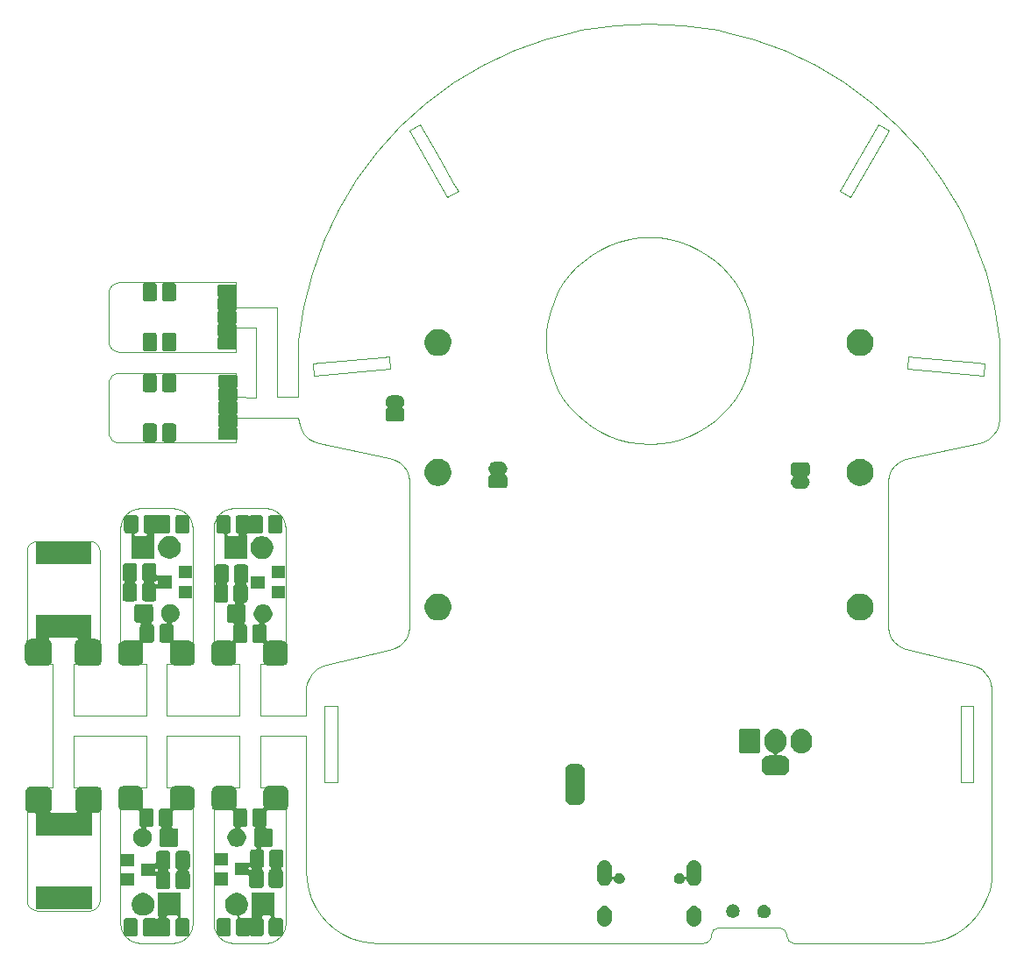
<source format=gbs>
G04 #@! TF.GenerationSoftware,KiCad,Pcbnew,(5.1.2)-2*
G04 #@! TF.CreationDate,2020-01-02T13:05:31+01:00*
G04 #@! TF.ProjectId,PCB_ZoroBot_v3,5043425f-5a6f-4726-9f42-6f745f76332e,rev?*
G04 #@! TF.SameCoordinates,PX5b1e540PY8239800*
G04 #@! TF.FileFunction,Soldermask,Bot*
G04 #@! TF.FilePolarity,Negative*
%FSLAX46Y46*%
G04 Gerber Fmt 4.6, Leading zero omitted, Abs format (unit mm)*
G04 Created by KiCad (PCBNEW (5.1.2)-2) date 2020-01-02 13:05:31*
%MOMM*%
%LPD*%
G04 APERTURE LIST*
%ADD10C,0.100000*%
G04 APERTURE END LIST*
D10*
X7939634Y58211342D02*
X7973708Y57952523D01*
X8232527Y57504235D02*
X8439634Y57345316D01*
X8439634Y63823366D02*
X8680815Y63923267D01*
X20197491Y57211151D02*
X20197491Y59584151D01*
X8680815Y57245416D02*
X8939634Y57211342D01*
X7973708Y57952523D02*
X8073608Y57711342D01*
X8073608Y63457341D02*
X8232527Y63664447D01*
X20197491Y57211151D02*
X8940800Y57211151D01*
X8439634Y57345316D02*
X8680815Y57245416D01*
X8680815Y63923267D02*
X8939634Y63957341D01*
X20197491Y61539120D02*
X20197491Y63957150D01*
X8939634Y63957341D02*
X20197491Y63957150D01*
X7939634Y58211342D02*
X7939634Y62957341D01*
X7973708Y63216160D02*
X8073608Y63457341D01*
X7939634Y62957341D02*
X7973708Y63216160D01*
X8232527Y63664447D02*
X8439634Y63823366D01*
X8073608Y57711342D02*
X8232527Y57504235D01*
X8939634Y55199421D02*
X20197491Y55199230D01*
X8439634Y48587396D02*
X8680815Y48487496D01*
X20197491Y52842160D02*
X20197491Y55199230D01*
X8232527Y54906527D02*
X8439634Y55065446D01*
X8439634Y55065446D02*
X8680815Y55165347D01*
X7973708Y54458240D02*
X8073608Y54699421D01*
X20197491Y48453231D02*
X20197491Y50826231D01*
X8680815Y55165347D02*
X8939634Y55199421D01*
X20197491Y48453231D02*
X8940800Y48453231D01*
X8073608Y54699421D02*
X8232527Y54906527D01*
X7973708Y49194603D02*
X8073608Y48953422D01*
X7939634Y54199421D02*
X7973708Y54458240D01*
X8232527Y48746315D02*
X8439634Y48587396D01*
X8073608Y48953422D02*
X8232527Y48746315D01*
X7939634Y49453422D02*
X7939634Y54199421D01*
X8680815Y48487496D02*
X8939634Y48453422D01*
X7939634Y49453422D02*
X7973708Y49194603D01*
X24197920Y52848520D02*
X26271619Y52848520D01*
X24197920Y61539120D02*
X24197920Y52848520D01*
X20197491Y61539120D02*
X24197920Y61539120D01*
X22201480Y59584600D02*
X20197491Y59584151D01*
X22201480Y52838360D02*
X22201480Y59584600D01*
X20197491Y52842160D02*
X22201480Y52838360D01*
X20197491Y50826231D02*
X26270560Y50826680D01*
X74128427Y42714D02*
X86243804Y42069D01*
X65377213Y42714D02*
G75*
G03X66154453Y851031I0J777837D01*
G01*
X66844520Y1545600D02*
G75*
G03X66154453Y850434I0J-690086D01*
G01*
X74128427Y42714D02*
G75*
G02X73438360Y737880I0J690086D01*
G01*
X72661120Y1545600D02*
G75*
G02X73438360Y737283I0J-777837D01*
G01*
X66844520Y1545600D02*
X72661120Y1545600D01*
X47104039Y86398699D02*
X50246806Y87523229D01*
X28696617Y67990562D02*
X30123667Y71008024D01*
X26761273Y61609862D02*
X27572210Y64847751D01*
X35023592Y46955620D02*
X28238578Y48384172D01*
X41223647Y83255472D02*
X44086633Y84971532D01*
X79016963Y83255472D02*
X81697955Y81267048D01*
X28450330Y2780739D02*
X29054056Y2092322D01*
X35023592Y28417208D02*
X35548893Y28547275D01*
X92668401Y64847751D02*
X93479337Y61609862D01*
X33090120Y101955D02*
X34003804Y42069D01*
X69392464Y54482721D02*
X68973024Y53595521D01*
X31325020Y574913D02*
X32192070Y280589D01*
X81697955Y81267048D02*
X84171132Y79025409D01*
X29054056Y2092322D02*
X29742474Y1488596D01*
X93182070Y6128469D02*
X93241684Y7042069D01*
X93241684Y7042069D02*
X93236807Y24647108D01*
X92944961Y25691034D02*
X93146748Y25184689D01*
X92980112Y48851377D02*
X93373151Y49229020D01*
X84171132Y79025409D02*
X86412675Y76552145D01*
X91796348Y2780891D02*
X92304852Y3542233D01*
X92247412Y26520722D02*
X92640586Y26143206D01*
X44086633Y84971532D02*
X47104039Y86398699D01*
X89743356Y979961D02*
X90504544Y1488696D01*
X38542655Y81267048D02*
X41223647Y83255472D01*
X27941626Y3542069D02*
X28450330Y2780739D01*
X92709610Y4363445D02*
X93003694Y5230471D01*
X88055330Y280608D02*
X88922266Y574954D01*
X27536647Y4363285D02*
X27941626Y3542069D01*
X24795741Y41122069D02*
X24477903Y41536283D01*
X27682547Y56141842D02*
X27787134Y54946409D01*
X15995541Y40639707D02*
X15795741Y41122069D01*
X26271619Y58308076D02*
X26761273Y61609862D01*
X84691694Y46825440D02*
X85217018Y46955620D01*
X92565061Y56141843D02*
X91867725Y56202852D01*
X91440536Y15631313D02*
X91440536Y23031313D01*
X30008164Y15631313D02*
X30008164Y23031313D01*
X35158975Y55591361D02*
X35054388Y56786795D01*
X83301945Y78614472D02*
X82262714Y79214472D01*
X7063690Y37948766D02*
X7063690Y27082069D01*
X93146748Y25184689D02*
X93236807Y24647108D01*
X91440536Y23031313D02*
X90239438Y23031313D01*
X197665Y38448766D02*
X97765Y38207585D01*
X22563690Y27082069D02*
X22563690Y22082069D01*
X82262714Y79214472D02*
X81912714Y78608254D01*
X78912714Y73412102D02*
X78562714Y72805884D01*
X36027851Y28799182D02*
X35548893Y28547275D01*
X83807913Y46214220D02*
X84212731Y46573434D01*
X90504544Y1488696D02*
X91192802Y2092450D01*
X67854446Y88059125D02*
X69993805Y87523229D01*
X9063690Y40122069D02*
X9063690Y27082069D01*
X56786430Y88824075D02*
X60120305Y88987861D01*
X31368468Y56464319D02*
X28379883Y56202851D01*
X66755946Y88334292D02*
X67854446Y88059125D01*
X23581328Y42053921D02*
X23063690Y42122069D01*
X30008164Y23031313D02*
X28807066Y23031313D01*
X36931632Y45262525D02*
X36739888Y45768635D01*
X88879141Y56464319D02*
X85890557Y56725787D01*
X30123667Y71008024D02*
X31839616Y73871076D01*
X53484664Y88334292D02*
X56786430Y88824075D01*
X36996807Y30647108D02*
X36996807Y44725250D01*
X28807066Y15631313D02*
X30008164Y15631313D01*
X35054388Y56786795D02*
X34357052Y56725786D01*
X30503804Y979892D02*
X31325020Y574913D01*
X92304852Y3542233D02*
X92709610Y4363445D01*
X69722924Y55406762D02*
X69392464Y54482721D01*
X24477903Y41536283D02*
X24063690Y41854120D01*
X91543993Y67990562D02*
X92668401Y64847751D01*
X91867725Y56202852D02*
X88879141Y56464319D01*
X563691Y38814792D02*
X356584Y38655873D01*
X80412714Y76010178D02*
X78912714Y73412102D01*
X85193220Y56786796D02*
X85088633Y55591362D01*
X90239438Y23031313D02*
X90239438Y15631313D01*
X36432675Y29158314D02*
X36027851Y28799182D01*
X85217018Y28417208D02*
X84691717Y28547275D01*
X93479337Y61609862D02*
X93968992Y58308076D01*
X78562714Y72805884D02*
X79601945Y72205884D01*
X90116943Y71008024D02*
X91543993Y67990562D01*
X6563690Y38814792D02*
X6770796Y38655873D01*
X28238578Y48384172D02*
X27724542Y48565445D01*
X9063690Y27082069D02*
X11563690Y27082069D01*
X34003804Y42069D02*
X65377213Y42714D01*
X13563690Y22082069D02*
X20563690Y22082069D01*
X356584Y38655873D02*
X197665Y38448766D01*
X63454180Y88824075D02*
X66755946Y88334292D01*
X25063690Y40122069D02*
X24995541Y40639707D01*
X92460474Y54946409D02*
X92565061Y56141843D01*
X34357052Y56725786D02*
X31368468Y56464319D01*
X91192802Y2092450D02*
X91796348Y2780891D01*
X27295649Y25691034D02*
X27093862Y25184689D01*
X10063690Y41854120D02*
X9649476Y41536283D01*
X4563690Y22082069D02*
X11563690Y22082069D01*
X27572210Y64847751D02*
X28696617Y67990562D01*
X76153978Y84971532D02*
X79016963Y83255472D01*
X28971485Y26987532D02*
X35023592Y28417208D01*
X90239438Y15631313D02*
X91440536Y15631313D01*
X85890557Y56725787D02*
X85193220Y56786796D01*
X28379883Y56202851D02*
X27682547Y56141842D01*
X36069479Y79025409D02*
X38542655Y81267048D01*
X85088633Y55591362D02*
X92460474Y54946409D01*
X60120305Y88987861D02*
X63454180Y88824075D01*
X86412675Y76552145D02*
X88400995Y73871076D01*
X81912714Y78608254D02*
X80412714Y76010178D01*
X22563690Y22082069D02*
X27003804Y22082069D01*
X804872Y38914692D02*
X563691Y38814792D01*
X86243804Y42069D02*
X87157386Y101960D01*
X27787134Y54946409D02*
X35158975Y55591361D01*
X1063691Y38948766D02*
X6063690Y38948766D01*
X27063690Y6128386D02*
X27242323Y5230336D01*
X24995541Y40639707D02*
X24795741Y41122069D01*
X2563691Y15082069D02*
X63691Y15082069D01*
X27003804Y7042069D02*
X27063690Y6128386D01*
X18063690Y27082069D02*
X20563690Y27082069D01*
X25063690Y27082069D02*
X25063690Y40122069D01*
X18131838Y40639707D02*
X18063690Y40122069D01*
X6063690Y38948766D02*
X6322509Y38914692D01*
X63691Y27082069D02*
X63691Y37948766D01*
X7029616Y3956553D02*
X7063690Y4215372D01*
X6063690Y3215372D02*
X1063691Y3215372D01*
X15063690Y41854120D02*
X14581328Y42053921D01*
X6563690Y3349347D02*
X6770796Y3508266D01*
X563691Y3349347D02*
X356584Y3508266D01*
X13563690Y27082069D02*
X16063690Y27082069D01*
X6063690Y3215372D02*
X6322509Y3249447D01*
X9649476Y41536283D02*
X9331639Y41122069D01*
X4563690Y27082069D02*
X7063690Y27082069D01*
X9063690Y15082069D02*
X9063690Y2042069D01*
X19063690Y41854120D02*
X18649476Y41536283D01*
X11563690Y15082069D02*
X9063690Y15082069D01*
X7063690Y15082069D02*
X4563690Y15082069D01*
X356584Y3508266D02*
X197665Y3715372D01*
X7029616Y38207585D02*
X7063690Y37948766D01*
X14063690Y42122069D02*
X11063690Y42122069D01*
X6322509Y38914692D02*
X6563690Y38814792D01*
X18063690Y40122069D02*
X18063690Y27082069D01*
X15795741Y41122069D02*
X15477903Y41536283D01*
X11563690Y22082069D02*
X11563690Y27082069D01*
X9331639Y41122069D02*
X9131838Y40639707D01*
X6322509Y3249447D02*
X6563690Y3349347D01*
X15477903Y41536283D02*
X15063690Y41854120D01*
X18331639Y41122069D02*
X18131838Y40639707D01*
X11063690Y42122069D02*
X10546052Y42053921D01*
X63691Y27082069D02*
X2563691Y27082069D01*
X197665Y3715372D02*
X97765Y3956553D01*
X4563690Y22082069D02*
X4563690Y27082069D01*
X2563691Y27082069D02*
X2563691Y15082069D01*
X6929715Y38448766D02*
X7029616Y38207585D01*
X97765Y3956553D02*
X63691Y4215372D01*
X22563690Y27082069D02*
X25063690Y27082069D01*
X14581328Y42053921D02*
X14063690Y42122069D01*
X19546052Y42053921D02*
X19063690Y41854120D01*
X6770796Y38655873D02*
X6929715Y38448766D01*
X16063690Y40122069D02*
X15995541Y40639707D01*
X13563690Y27082069D02*
X13563690Y22082069D01*
X9131838Y40639707D02*
X9063690Y40122069D01*
X11563690Y20082069D02*
X4563690Y20082069D01*
X1063691Y38948766D02*
X804872Y38914692D01*
X63691Y4215372D02*
X63691Y15082069D01*
X9331639Y1042069D02*
X9649476Y627856D01*
X23063690Y42122069D02*
X20063690Y42122069D01*
X97765Y38207585D02*
X63691Y37948766D01*
X25063690Y15082069D02*
X22563690Y15082069D01*
X11063690Y42069D02*
X14063690Y42069D01*
X10063690Y310019D02*
X10546052Y110218D01*
X9649476Y627856D02*
X10063690Y310019D01*
X18331639Y1042069D02*
X18649476Y627856D01*
X7063690Y15082069D02*
X7063690Y4215372D01*
X6929715Y3715372D02*
X7029616Y3956553D01*
X6770796Y3508266D02*
X6929715Y3715372D01*
X16063690Y27082069D02*
X16063690Y40122069D01*
X10546052Y42053921D02*
X10063690Y41854120D01*
X804872Y3249447D02*
X563691Y3349347D01*
X20063690Y42122069D02*
X19546052Y42053921D01*
X4563690Y15082069D02*
X4563690Y20082069D01*
X9131838Y1524431D02*
X9331639Y1042069D01*
X1063691Y3215372D02*
X804872Y3249447D01*
X27003804Y20082069D02*
X22563690Y20082069D01*
X18649476Y41536283D02*
X18331639Y41122069D01*
X20563690Y22082069D02*
X20563690Y27082069D01*
X11563690Y15082069D02*
X11563690Y20082069D01*
X24063690Y41854120D02*
X23581328Y42053921D01*
X18063690Y15082069D02*
X18063690Y2042069D01*
X16063690Y2042069D02*
X16063690Y15082069D01*
X10546052Y110218D02*
X11063690Y42069D01*
X23581328Y110218D02*
X24063690Y310019D01*
X14581328Y110218D02*
X15063690Y310019D01*
X20063690Y42069D02*
X23063690Y42069D01*
X14063690Y42069D02*
X14581328Y110218D01*
X22563690Y20082069D02*
X22563690Y15082069D01*
X24477903Y627856D02*
X24795741Y1042069D01*
X18063690Y2042069D02*
X18131838Y1524431D01*
X20563690Y15082069D02*
X18063690Y15082069D01*
X18649476Y627856D02*
X19063690Y310019D01*
X19546052Y110218D02*
X20063690Y42069D01*
X23063690Y42069D02*
X23581328Y110218D01*
X25063690Y2042069D02*
X25063690Y15082069D01*
X20563690Y15082069D02*
X20563690Y20082069D01*
X15477903Y627856D02*
X15795741Y1042069D01*
X15795741Y1042069D02*
X15995541Y1524431D01*
X9063690Y2042069D02*
X9131838Y1524431D01*
X27003804Y20082069D02*
X27003804Y7042069D01*
X18131838Y1524431D02*
X18331639Y1042069D01*
X16063690Y15082069D02*
X13563690Y15082069D01*
X24995541Y1524431D02*
X25063690Y2042069D01*
X15063690Y310019D02*
X15477903Y627856D01*
X28807066Y23031313D02*
X28807066Y15631313D01*
X24063690Y310019D02*
X24477903Y627856D01*
X19063690Y310019D02*
X19546052Y110218D01*
X15995541Y1524431D02*
X16063690Y2042069D01*
X24795741Y1042069D02*
X24995541Y1524431D01*
X13563690Y20082069D02*
X13563690Y15082069D01*
X20563690Y20082069D02*
X13563690Y20082069D01*
X50201366Y57326311D02*
X50153056Y58306475D01*
X56324742Y67546259D02*
X57248677Y67877015D01*
X41684894Y72805883D02*
X41334894Y73412101D01*
X54598686Y49992490D02*
X53810361Y50576956D01*
X39834894Y76010177D02*
X38334894Y78608254D01*
X63981370Y49069894D02*
X63057435Y48739138D01*
X50583188Y61209390D02*
X50913648Y62133431D01*
X50344891Y60257409D02*
X50583188Y61209390D01*
X51333089Y63020631D02*
X51837471Y63862447D01*
X53080856Y65378012D02*
X53807886Y66037165D01*
X58200582Y68115616D02*
X59171291Y68259766D01*
X59174479Y48356072D02*
X58203724Y48499911D01*
X62105530Y48500536D02*
X61134821Y48356386D01*
X55437677Y67126534D02*
X56324742Y67546259D01*
X37984894Y79214471D02*
X36945663Y78614471D01*
X57251742Y48738208D02*
X56327702Y49068668D01*
X65710090Y49994270D02*
X64868436Y49489619D01*
X53810361Y50576956D02*
X53083121Y51235876D01*
X58203724Y48499911D02*
X57251742Y48738208D01*
X51839250Y52751042D02*
X51334599Y53592697D01*
X55440501Y49488109D02*
X54598686Y49992490D01*
X64865611Y67128044D02*
X65707427Y66623662D01*
X67225256Y51238141D02*
X66498227Y50578988D01*
X79601945Y72205884D02*
X83301945Y78614472D01*
X40645663Y72205883D02*
X41684894Y72805883D01*
X66498227Y50578988D02*
X65710090Y49994270D01*
X36945663Y78614471D02*
X40645663Y72205883D01*
X59171291Y68259766D02*
X59730775Y68287342D01*
X38334894Y78608254D02*
X37984894Y79214471D01*
X57248677Y67877015D02*
X58200582Y68115616D01*
X56327702Y49068668D02*
X55440501Y49488109D01*
X67222992Y65380276D02*
X67882145Y64653247D01*
X64868436Y49489619D02*
X63981370Y49069894D01*
X50584118Y55403697D02*
X50345516Y56355602D01*
X50914874Y54479762D02*
X50584118Y55403697D01*
X50153056Y58306475D02*
X50201052Y59286654D01*
X93003694Y5230471D02*
X93182070Y6128469D01*
X69993805Y87523229D02*
X73136571Y86398699D01*
X73136571Y86398699D02*
X76153978Y84971532D01*
X50201052Y59286654D02*
X50344891Y60257409D01*
X83243804Y30647108D02*
X83243804Y44725250D01*
X27993199Y26520722D02*
X27600024Y26143206D01*
X50246806Y87523229D02*
X52386164Y88059125D01*
X36931628Y30109884D02*
X36996807Y30647108D01*
X33827936Y76552145D02*
X36069479Y79025409D01*
X83500723Y45768635D02*
X83807913Y46214220D01*
X29742474Y1488596D02*
X30503804Y979892D01*
X32192070Y280589D02*
X33090120Y101955D01*
X83308979Y45262525D02*
X83500723Y45768635D01*
X27242323Y5230336D02*
X27536647Y4363285D01*
X83243804Y44725250D02*
X83308979Y45262525D01*
X35548917Y46825440D02*
X35023592Y46955620D01*
X83807935Y29158314D02*
X84212760Y28799182D01*
X63054371Y67877944D02*
X63978411Y67547484D01*
X27026388Y24781919D02*
X27003804Y24647108D01*
X67882145Y64653247D02*
X68466863Y63865110D01*
X88922266Y574954D02*
X89743356Y979961D01*
X28457361Y26806478D02*
X27993199Y26520722D01*
X52386164Y88059125D02*
X53484664Y88334292D01*
X67884177Y51965381D02*
X67225256Y51238141D01*
X53083121Y51235876D02*
X52423968Y51962906D01*
X88400995Y73871076D02*
X90116943Y71008024D01*
X93373151Y49229020D02*
X93677386Y49681274D01*
X61131634Y68260080D02*
X62102389Y68116241D01*
X60575338Y48328811D02*
X60154658Y48308076D01*
X27260498Y48851377D02*
X26867460Y49229020D01*
X36739876Y29603831D02*
X36432675Y29158314D01*
X65707427Y66623662D02*
X66495751Y66039197D01*
X51837471Y63862447D02*
X52421936Y64650771D01*
X92516069Y48565445D02*
X92980112Y48851377D01*
X68468642Y52753706D02*
X67884177Y51965381D01*
X36931628Y30109884D02*
X36739876Y29603831D01*
X36996807Y44725250D02*
X36931632Y45262525D01*
X26361566Y50187661D02*
X26270560Y50826680D01*
X27600024Y26143206D02*
X27295649Y25691034D01*
X70153056Y58309678D02*
X70105060Y57329499D01*
X83500735Y29603831D02*
X83807935Y29158314D01*
X31839616Y73871076D02*
X33827936Y76552145D01*
X69391239Y62136390D02*
X69721995Y61212455D01*
X28971485Y26987532D02*
X28457361Y26806478D01*
X63978411Y67547484D02*
X64865611Y67128044D01*
X59730775Y68287342D02*
X60151455Y68308076D01*
X54596022Y66621883D02*
X55437677Y67126534D01*
X87157386Y101960D02*
X88055330Y280608D01*
X70104746Y59289841D02*
X70153056Y58309678D01*
X62102389Y68116241D02*
X63054371Y67877944D01*
X70105060Y57329499D02*
X69961221Y56358744D01*
X91269125Y26987532D02*
X85217018Y28417208D01*
X92640586Y26143206D02*
X92944961Y25691034D01*
X83308982Y30109884D02*
X83500735Y29603831D01*
X66495751Y66039197D02*
X67222992Y65380276D01*
X69960597Y60260550D02*
X70104746Y59289841D01*
X92002033Y48384172D02*
X92516069Y48565445D01*
X93968992Y50725250D02*
X93968992Y58308076D01*
X26563224Y49681274D02*
X26361566Y50187661D01*
X41334894Y73412101D02*
X39834894Y76010177D01*
X61134821Y48356386D02*
X60575338Y48328811D01*
X69961221Y56358744D02*
X69722924Y55406762D01*
X68973024Y53595521D02*
X68468642Y52753706D01*
X84212760Y28799182D02*
X84691717Y28547275D01*
X52423968Y51962906D02*
X51839250Y52751042D01*
X68466863Y63865110D02*
X68971514Y63023456D01*
X63057435Y48739138D02*
X62105530Y48500536D01*
X60154658Y48308076D02*
X59174479Y48356072D01*
X53807886Y66037165D02*
X54596022Y66621883D01*
X83243804Y30647108D02*
X83308982Y30109884D01*
X85217018Y46955620D02*
X92002033Y48384172D01*
X36739888Y45768635D02*
X36432697Y46214220D01*
X91269125Y26987532D02*
X91783249Y26806478D01*
X52421936Y64650771D02*
X53080856Y65378012D01*
X60151455Y68308076D02*
X61131634Y68260080D01*
X27724542Y48565445D02*
X27260498Y48851377D01*
X26271619Y52848520D02*
X26271619Y58308076D01*
X68971514Y63023456D02*
X69391239Y62136390D01*
X91783249Y26806478D02*
X92247412Y26520722D01*
X93879044Y50187661D02*
X93968992Y50725250D01*
X84212731Y46573434D02*
X84691694Y46825440D01*
X93677386Y49681274D02*
X93879044Y50187661D01*
X27093862Y25184689D02*
X27026388Y24781919D01*
X69721995Y61212455D02*
X69960597Y60260550D01*
X51334599Y53592697D02*
X50914874Y54479762D01*
X36432697Y46214220D02*
X36027879Y46573434D01*
X36027879Y46573434D02*
X35548917Y46825440D01*
X50345516Y56355602D02*
X50201366Y57326311D01*
X50913648Y62133431D02*
X51333089Y63020631D01*
X27003804Y24647108D02*
X27003804Y22082069D01*
X26867460Y49229020D02*
X26563224Y49681274D01*
G36*
X14899160Y2616319D02*
G01*
X14901562Y2591933D01*
X14908675Y2568484D01*
X14920226Y2546873D01*
X14935771Y2527931D01*
X14954713Y2512386D01*
X14976324Y2500835D01*
X14999773Y2493722D01*
X15024159Y2491320D01*
X15441570Y2491320D01*
X15502459Y2485323D01*
X15555107Y2469352D01*
X15603628Y2443418D01*
X15646155Y2408515D01*
X15681058Y2365988D01*
X15706992Y2317467D01*
X15722963Y2264819D01*
X15728960Y2203930D01*
X15728960Y978710D01*
X15722963Y917821D01*
X15706992Y865173D01*
X15681058Y816652D01*
X15646155Y774125D01*
X15603628Y739222D01*
X15555107Y713288D01*
X15502459Y697317D01*
X15441570Y691320D01*
X14641350Y691320D01*
X14580461Y697317D01*
X14527813Y713288D01*
X14479292Y739222D01*
X14436765Y774125D01*
X14401862Y816652D01*
X14375928Y865173D01*
X14359957Y917821D01*
X14353960Y978710D01*
X14353960Y2203930D01*
X14359957Y2264819D01*
X14375928Y2317467D01*
X14401862Y2365988D01*
X14436765Y2408515D01*
X14479292Y2443418D01*
X14527813Y2469352D01*
X14569190Y2481904D01*
X14591829Y2491282D01*
X14612204Y2504896D01*
X14629531Y2522223D01*
X14643144Y2542597D01*
X14652522Y2565236D01*
X14657302Y2589269D01*
X14657302Y2613773D01*
X14652522Y2637806D01*
X14643144Y2660445D01*
X14629530Y2680820D01*
X14612203Y2698147D01*
X14591829Y2711760D01*
X14569190Y2721138D01*
X14532905Y2726520D01*
X13675015Y2726520D01*
X13650629Y2724118D01*
X13627180Y2717005D01*
X13605569Y2705454D01*
X13586627Y2689909D01*
X13571082Y2670967D01*
X13559531Y2649356D01*
X13552418Y2625907D01*
X13550016Y2601521D01*
X13552418Y2577135D01*
X13559531Y2553686D01*
X13571082Y2532075D01*
X13586627Y2513133D01*
X13605569Y2497588D01*
X13638730Y2481904D01*
X13680107Y2469352D01*
X13728628Y2443418D01*
X13771155Y2408515D01*
X13806058Y2365988D01*
X13831992Y2317467D01*
X13847963Y2264819D01*
X13853960Y2203930D01*
X13853960Y978710D01*
X13847963Y917821D01*
X13831992Y865173D01*
X13806058Y816652D01*
X13771155Y774125D01*
X13728628Y739222D01*
X13680107Y713288D01*
X13627459Y697317D01*
X13566570Y691320D01*
X12766350Y691320D01*
X12705461Y697317D01*
X12652810Y713289D01*
X12613483Y734309D01*
X12590844Y743686D01*
X12566811Y748466D01*
X12542307Y748466D01*
X12518274Y743685D01*
X12495637Y734309D01*
X12456310Y713289D01*
X12403659Y697317D01*
X12342770Y691320D01*
X11542550Y691320D01*
X11481661Y697317D01*
X11429013Y713288D01*
X11380492Y739222D01*
X11337965Y774125D01*
X11303062Y816652D01*
X11277128Y865173D01*
X11261157Y917821D01*
X11255160Y978710D01*
X11255160Y2203930D01*
X11261157Y2264819D01*
X11277128Y2317467D01*
X11303062Y2365988D01*
X11337965Y2408515D01*
X11380492Y2443418D01*
X11429013Y2469352D01*
X11481661Y2485323D01*
X11542550Y2491320D01*
X12342770Y2491320D01*
X12403659Y2485323D01*
X12456310Y2469351D01*
X12495637Y2448331D01*
X12518276Y2438954D01*
X12542309Y2434174D01*
X12566813Y2434174D01*
X12590846Y2438955D01*
X12613483Y2448331D01*
X12652810Y2469352D01*
X12694190Y2481904D01*
X12716829Y2491282D01*
X12737204Y2504896D01*
X12754531Y2522223D01*
X12768144Y2542597D01*
X12777522Y2565236D01*
X12782302Y2589269D01*
X12782302Y2613773D01*
X12777522Y2637806D01*
X12768144Y2660445D01*
X12754530Y2680820D01*
X12737203Y2698147D01*
X12716829Y2711760D01*
X12699160Y2719079D01*
X12699160Y4926520D01*
X14899160Y4926520D01*
X14899160Y2616319D01*
X14899160Y2616319D01*
G37*
G36*
X10528659Y2485323D02*
G01*
X10581307Y2469352D01*
X10629828Y2443418D01*
X10672355Y2408515D01*
X10707258Y2365988D01*
X10733192Y2317467D01*
X10749163Y2264819D01*
X10755160Y2203930D01*
X10755160Y978710D01*
X10749163Y917821D01*
X10733192Y865173D01*
X10707258Y816652D01*
X10672355Y774125D01*
X10629828Y739222D01*
X10581307Y713288D01*
X10528659Y697317D01*
X10467770Y691320D01*
X9667550Y691320D01*
X9606661Y697317D01*
X9554013Y713288D01*
X9505492Y739222D01*
X9462965Y774125D01*
X9428062Y816652D01*
X9402128Y865173D01*
X9386157Y917821D01*
X9380160Y978710D01*
X9380160Y2203930D01*
X9386157Y2264819D01*
X9402128Y2317467D01*
X9428062Y2365988D01*
X9462965Y2408515D01*
X9505492Y2443418D01*
X9554013Y2469352D01*
X9606661Y2485323D01*
X9667550Y2491320D01*
X10467770Y2491320D01*
X10528659Y2485323D01*
X10528659Y2485323D01*
G37*
G36*
X20622417Y4884248D02*
G01*
X20822603Y4801328D01*
X20822605Y4801327D01*
X20913298Y4740728D01*
X21002768Y4680946D01*
X21155986Y4527728D01*
X21276368Y4347563D01*
X21359288Y4147377D01*
X21401560Y3934862D01*
X21401560Y3718178D01*
X21359288Y3505663D01*
X21293650Y3347200D01*
X21276367Y3305475D01*
X21155985Y3125311D01*
X21002769Y2972095D01*
X20822605Y2851713D01*
X20822604Y2851712D01*
X20822603Y2851712D01*
X20655760Y2782603D01*
X20634149Y2771052D01*
X20615207Y2755507D01*
X20599662Y2736565D01*
X20588111Y2714954D01*
X20580998Y2691505D01*
X20578596Y2667119D01*
X20580998Y2642733D01*
X20588111Y2619284D01*
X20599662Y2597673D01*
X20615207Y2578731D01*
X20634149Y2563186D01*
X20655760Y2551635D01*
X20679209Y2544522D01*
X20703595Y2542120D01*
X21334370Y2542120D01*
X21395259Y2536123D01*
X21447907Y2520152D01*
X21501184Y2491676D01*
X21512631Y2484026D01*
X21535270Y2474648D01*
X21559303Y2469866D01*
X21583807Y2469865D01*
X21607840Y2474645D01*
X21630480Y2484021D01*
X21641941Y2491679D01*
X21675485Y2509609D01*
X21695860Y2523223D01*
X21713187Y2540550D01*
X21726800Y2560924D01*
X21736178Y2583563D01*
X21741560Y2619848D01*
X21741560Y4926520D01*
X23941560Y4926520D01*
X23941560Y2667119D01*
X23943962Y2642733D01*
X23951075Y2619284D01*
X23962626Y2597673D01*
X23978171Y2578731D01*
X23997113Y2563186D01*
X24018724Y2551635D01*
X24042173Y2544522D01*
X24066559Y2542120D01*
X24483970Y2542120D01*
X24544859Y2536123D01*
X24597507Y2520152D01*
X24646028Y2494218D01*
X24688555Y2459315D01*
X24723458Y2416788D01*
X24749392Y2368267D01*
X24765363Y2315619D01*
X24771360Y2254730D01*
X24771360Y1029510D01*
X24765363Y968621D01*
X24749392Y915973D01*
X24723458Y867452D01*
X24688555Y824925D01*
X24646028Y790022D01*
X24597507Y764088D01*
X24544859Y748117D01*
X24483970Y742120D01*
X23683750Y742120D01*
X23622861Y748117D01*
X23570213Y764088D01*
X23521692Y790022D01*
X23479165Y824925D01*
X23444262Y867452D01*
X23418328Y915973D01*
X23402357Y968621D01*
X23396360Y1029510D01*
X23396360Y2254730D01*
X23402357Y2315619D01*
X23418328Y2368267D01*
X23444262Y2416788D01*
X23479165Y2459315D01*
X23526512Y2498173D01*
X23536571Y2504894D01*
X23553898Y2522221D01*
X23567512Y2542595D01*
X23576890Y2565234D01*
X23581671Y2589267D01*
X23581671Y2613771D01*
X23576891Y2637804D01*
X23567514Y2660443D01*
X23553901Y2680818D01*
X23536574Y2698145D01*
X23516200Y2711759D01*
X23493561Y2721137D01*
X23469528Y2725918D01*
X23457274Y2726520D01*
X22835446Y2726520D01*
X22811060Y2724118D01*
X22787611Y2717005D01*
X22766000Y2705454D01*
X22747058Y2689909D01*
X22731513Y2670967D01*
X22719962Y2649356D01*
X22712849Y2625907D01*
X22710447Y2601521D01*
X22712849Y2577135D01*
X22719962Y2553686D01*
X22731513Y2532075D01*
X22747058Y2513133D01*
X22766000Y2497588D01*
X22769415Y2495541D01*
X22813555Y2459315D01*
X22848458Y2416788D01*
X22874392Y2368267D01*
X22890363Y2315619D01*
X22896360Y2254730D01*
X22896360Y1029510D01*
X22890363Y968621D01*
X22874392Y915973D01*
X22848458Y867452D01*
X22813555Y824925D01*
X22771028Y790022D01*
X22722507Y764088D01*
X22669859Y748117D01*
X22608970Y742120D01*
X21808750Y742120D01*
X21747861Y748117D01*
X21695213Y764088D01*
X21641936Y792564D01*
X21630489Y800214D01*
X21607850Y809592D01*
X21583817Y814374D01*
X21559313Y814375D01*
X21535280Y809595D01*
X21512640Y800219D01*
X21501187Y792566D01*
X21447907Y764088D01*
X21395259Y748117D01*
X21334370Y742120D01*
X20534150Y742120D01*
X20473261Y748117D01*
X20420613Y764088D01*
X20372092Y790022D01*
X20329565Y824925D01*
X20294662Y867452D01*
X20268728Y915973D01*
X20252757Y968621D01*
X20246760Y1029510D01*
X20246760Y2254730D01*
X20252757Y2315619D01*
X20268728Y2368267D01*
X20294662Y2416788D01*
X20329565Y2459315D01*
X20376912Y2498173D01*
X20386971Y2504894D01*
X20404298Y2522221D01*
X20417912Y2542595D01*
X20427290Y2565234D01*
X20432071Y2589267D01*
X20432071Y2613771D01*
X20427291Y2637804D01*
X20417914Y2660443D01*
X20404301Y2680818D01*
X20386974Y2698145D01*
X20366600Y2711759D01*
X20343961Y2721137D01*
X20319928Y2725918D01*
X20307674Y2726520D01*
X20193218Y2726520D01*
X19980703Y2768792D01*
X19780517Y2851712D01*
X19780516Y2851712D01*
X19780515Y2851713D01*
X19600351Y2972095D01*
X19447135Y3125311D01*
X19326753Y3305475D01*
X19309470Y3347200D01*
X19243832Y3505663D01*
X19201560Y3718178D01*
X19201560Y3934862D01*
X19243832Y4147377D01*
X19326752Y4347563D01*
X19447134Y4527728D01*
X19600352Y4680946D01*
X19689822Y4740728D01*
X19780515Y4801327D01*
X19780517Y4801328D01*
X19980703Y4884248D01*
X20193218Y4926520D01*
X20409902Y4926520D01*
X20622417Y4884248D01*
X20622417Y4884248D01*
G37*
G36*
X19520259Y2536123D02*
G01*
X19572907Y2520152D01*
X19621428Y2494218D01*
X19663955Y2459315D01*
X19698858Y2416788D01*
X19724792Y2368267D01*
X19740763Y2315619D01*
X19746760Y2254730D01*
X19746760Y1029510D01*
X19740763Y968621D01*
X19724792Y915973D01*
X19698858Y867452D01*
X19663955Y824925D01*
X19621428Y790022D01*
X19572907Y764088D01*
X19520259Y748117D01*
X19459370Y742120D01*
X18659150Y742120D01*
X18598261Y748117D01*
X18545613Y764088D01*
X18497092Y790022D01*
X18454565Y824925D01*
X18419662Y867452D01*
X18393728Y915973D01*
X18377757Y968621D01*
X18371760Y1029510D01*
X18371760Y2254730D01*
X18377757Y2315619D01*
X18393728Y2368267D01*
X18419662Y2416788D01*
X18454565Y2459315D01*
X18497092Y2494218D01*
X18545613Y2520152D01*
X18598261Y2536123D01*
X18659150Y2542120D01*
X19459370Y2542120D01*
X19520259Y2536123D01*
X19520259Y2536123D01*
G37*
G36*
X64606303Y3662272D02*
G01*
X64738254Y3622245D01*
X64859860Y3557245D01*
X64966449Y3469770D01*
X65053925Y3363181D01*
X65118925Y3241575D01*
X65158952Y3109624D01*
X65169080Y3006790D01*
X65169080Y2338010D01*
X65158952Y2235176D01*
X65118925Y2103225D01*
X65053925Y1981619D01*
X64966450Y1875030D01*
X64859861Y1787555D01*
X64738255Y1722555D01*
X64606304Y1682528D01*
X64469080Y1669013D01*
X64331857Y1682528D01*
X64199906Y1722555D01*
X64078300Y1787555D01*
X63971711Y1875030D01*
X63884236Y1981619D01*
X63819235Y2103225D01*
X63779208Y2235176D01*
X63769080Y2338010D01*
X63769080Y3006789D01*
X63779208Y3109623D01*
X63819235Y3241574D01*
X63884235Y3363180D01*
X63971710Y3469769D01*
X64078299Y3557245D01*
X64199905Y3622245D01*
X64331856Y3662272D01*
X64469080Y3675787D01*
X64606303Y3662272D01*
X64606303Y3662272D01*
G37*
G36*
X55966303Y3662272D02*
G01*
X56098254Y3622245D01*
X56219860Y3557245D01*
X56326449Y3469770D01*
X56413925Y3363181D01*
X56478925Y3241575D01*
X56518952Y3109624D01*
X56529080Y3006790D01*
X56529080Y2338010D01*
X56518952Y2235176D01*
X56478925Y2103225D01*
X56413925Y1981619D01*
X56326450Y1875030D01*
X56219861Y1787555D01*
X56098255Y1722555D01*
X55966304Y1682528D01*
X55829080Y1669013D01*
X55691857Y1682528D01*
X55559906Y1722555D01*
X55438300Y1787555D01*
X55331711Y1875030D01*
X55244236Y1981619D01*
X55179235Y2103225D01*
X55139208Y2235176D01*
X55129080Y2338010D01*
X55129080Y3006789D01*
X55139208Y3109623D01*
X55179235Y3241574D01*
X55244235Y3363180D01*
X55331710Y3469769D01*
X55438299Y3557245D01*
X55559905Y3622245D01*
X55691856Y3662272D01*
X55829080Y3675787D01*
X55966303Y3662272D01*
X55966303Y3662272D01*
G37*
G36*
X71368498Y3762627D02*
G01*
X71410358Y3754301D01*
X71459356Y3734005D01*
X71528649Y3705303D01*
X71528650Y3705302D01*
X71635111Y3634168D01*
X71725648Y3543631D01*
X71763374Y3487169D01*
X71796783Y3437169D01*
X71825070Y3368878D01*
X71845781Y3318878D01*
X71848447Y3305475D01*
X71870760Y3193301D01*
X71870760Y3065259D01*
X71845781Y2939683D01*
X71796783Y2821391D01*
X71796782Y2821390D01*
X71725648Y2714929D01*
X71635111Y2624392D01*
X71586532Y2591933D01*
X71528649Y2553257D01*
X71477511Y2532075D01*
X71410358Y2504259D01*
X71393144Y2500835D01*
X71284781Y2479280D01*
X71156739Y2479280D01*
X71048376Y2500835D01*
X71031162Y2504259D01*
X70964009Y2532075D01*
X70912871Y2553257D01*
X70854988Y2591933D01*
X70806409Y2624392D01*
X70715872Y2714929D01*
X70644738Y2821390D01*
X70644737Y2821391D01*
X70595739Y2939683D01*
X70570760Y3065259D01*
X70570760Y3193301D01*
X70593073Y3305475D01*
X70595739Y3318878D01*
X70616450Y3368878D01*
X70644737Y3437169D01*
X70678146Y3487169D01*
X70715872Y3543631D01*
X70806409Y3634168D01*
X70912870Y3705302D01*
X70912871Y3705303D01*
X70982164Y3734005D01*
X71031162Y3754301D01*
X71073022Y3762627D01*
X71156739Y3779280D01*
X71284781Y3779280D01*
X71368498Y3762627D01*
X71368498Y3762627D01*
G37*
G36*
X68368498Y3812627D02*
G01*
X68410358Y3804301D01*
X68459356Y3784005D01*
X68528649Y3755303D01*
X68563976Y3731698D01*
X68635111Y3684168D01*
X68725648Y3593631D01*
X68749960Y3557245D01*
X68796783Y3487169D01*
X68825485Y3417876D01*
X68845781Y3368878D01*
X68846915Y3363178D01*
X68870760Y3243301D01*
X68870760Y3115259D01*
X68860814Y3065259D01*
X68845781Y2989682D01*
X68825485Y2940684D01*
X68796783Y2871391D01*
X68783634Y2851712D01*
X68725648Y2764929D01*
X68635111Y2674392D01*
X68597641Y2649356D01*
X68528649Y2603257D01*
X68481103Y2583563D01*
X68410358Y2554259D01*
X68373226Y2546873D01*
X68284781Y2529280D01*
X68156739Y2529280D01*
X68068294Y2546873D01*
X68031162Y2554259D01*
X67960417Y2583563D01*
X67912871Y2603257D01*
X67843879Y2649356D01*
X67806409Y2674392D01*
X67715872Y2764929D01*
X67657886Y2851712D01*
X67644737Y2871391D01*
X67616035Y2940684D01*
X67595739Y2989682D01*
X67580706Y3065259D01*
X67570760Y3115259D01*
X67570760Y3243301D01*
X67594605Y3363178D01*
X67595739Y3368878D01*
X67616035Y3417876D01*
X67644737Y3487169D01*
X67691560Y3557245D01*
X67715872Y3593631D01*
X67806409Y3684168D01*
X67877544Y3731698D01*
X67912871Y3755303D01*
X67982164Y3784005D01*
X68031162Y3804301D01*
X68073022Y3812627D01*
X68156739Y3829280D01*
X68284781Y3829280D01*
X68368498Y3812627D01*
X68368498Y3812627D01*
G37*
G36*
X11580017Y4884248D02*
G01*
X11780203Y4801328D01*
X11780205Y4801327D01*
X11870898Y4740728D01*
X11960368Y4680946D01*
X12113586Y4527728D01*
X12233968Y4347563D01*
X12316888Y4147377D01*
X12359160Y3934862D01*
X12359160Y3718178D01*
X12316888Y3505663D01*
X12251250Y3347200D01*
X12233967Y3305475D01*
X12113585Y3125311D01*
X11960369Y2972095D01*
X11780205Y2851713D01*
X11780204Y2851712D01*
X11780203Y2851712D01*
X11580017Y2768792D01*
X11367502Y2726520D01*
X11150818Y2726520D01*
X10938303Y2768792D01*
X10738117Y2851712D01*
X10738116Y2851712D01*
X10738115Y2851713D01*
X10557951Y2972095D01*
X10404735Y3125311D01*
X10284353Y3305475D01*
X10267070Y3347200D01*
X10201432Y3505663D01*
X10159160Y3718178D01*
X10159160Y3934862D01*
X10201432Y4147377D01*
X10284352Y4347563D01*
X10404734Y4527728D01*
X10557952Y4680946D01*
X10647422Y4740728D01*
X10738115Y4801327D01*
X10738117Y4801328D01*
X10938303Y4884248D01*
X11150818Y4926520D01*
X11367502Y4926520D01*
X11580017Y4884248D01*
X11580017Y4884248D01*
G37*
G36*
X6303600Y3347200D02*
G01*
X903600Y3347200D01*
X903600Y5547200D01*
X6303600Y5547200D01*
X6303600Y3347200D01*
X6303600Y3347200D01*
G37*
G36*
X15553259Y8987723D02*
G01*
X15605907Y8971752D01*
X15654428Y8945818D01*
X15696955Y8910915D01*
X15731858Y8868388D01*
X15757792Y8819867D01*
X15773763Y8767219D01*
X15779760Y8706330D01*
X15779760Y7481110D01*
X15773763Y7420221D01*
X15757792Y7367573D01*
X15731858Y7319052D01*
X15696955Y7276525D01*
X15654424Y7241619D01*
X15649073Y7238759D01*
X15628699Y7225146D01*
X15611372Y7207819D01*
X15597758Y7187444D01*
X15588380Y7164805D01*
X15583600Y7140772D01*
X15583600Y7116268D01*
X15588380Y7092235D01*
X15597758Y7069596D01*
X15611371Y7049222D01*
X15628698Y7031895D01*
X15649073Y7018281D01*
X15654424Y7015421D01*
X15696955Y6980515D01*
X15731858Y6937988D01*
X15757792Y6889467D01*
X15773763Y6836819D01*
X15779760Y6775930D01*
X15779760Y5550710D01*
X15773763Y5489821D01*
X15757792Y5437173D01*
X15731858Y5388652D01*
X15696955Y5346125D01*
X15654428Y5311222D01*
X15605907Y5285288D01*
X15553259Y5269317D01*
X15492370Y5263320D01*
X14692150Y5263320D01*
X14631261Y5269317D01*
X14578613Y5285288D01*
X14530092Y5311222D01*
X14487565Y5346125D01*
X14452662Y5388652D01*
X14426728Y5437173D01*
X14410757Y5489821D01*
X14404760Y5550710D01*
X14404760Y6775930D01*
X14410757Y6836819D01*
X14426728Y6889467D01*
X14452662Y6937988D01*
X14487565Y6980515D01*
X14530096Y7015421D01*
X14535447Y7018281D01*
X14555821Y7031894D01*
X14573148Y7049221D01*
X14586762Y7069596D01*
X14596140Y7092235D01*
X14600920Y7116268D01*
X14600920Y7140772D01*
X14596140Y7164805D01*
X14586762Y7187444D01*
X14573149Y7207818D01*
X14555822Y7225145D01*
X14535447Y7238759D01*
X14530096Y7241619D01*
X14487565Y7276525D01*
X14452662Y7319052D01*
X14426728Y7367573D01*
X14410757Y7420221D01*
X14404760Y7481110D01*
X14404760Y8706330D01*
X14410757Y8767219D01*
X14426728Y8819867D01*
X14452662Y8868388D01*
X14487565Y8910915D01*
X14530092Y8945818D01*
X14578613Y8971752D01*
X14631261Y8987723D01*
X14692150Y8993720D01*
X15492370Y8993720D01*
X15553259Y8987723D01*
X15553259Y8987723D01*
G37*
G36*
X13678259Y8987723D02*
G01*
X13730907Y8971752D01*
X13779428Y8945818D01*
X13821955Y8910915D01*
X13856858Y8868388D01*
X13882792Y8819867D01*
X13898763Y8767219D01*
X13904760Y8706330D01*
X13904760Y7481110D01*
X13898763Y7420221D01*
X13882792Y7367573D01*
X13856858Y7319052D01*
X13821955Y7276525D01*
X13779424Y7241619D01*
X13774073Y7238759D01*
X13753699Y7225146D01*
X13736372Y7207819D01*
X13722758Y7187444D01*
X13713380Y7164805D01*
X13708600Y7140772D01*
X13708600Y7116268D01*
X13713380Y7092235D01*
X13722758Y7069596D01*
X13736371Y7049222D01*
X13753698Y7031895D01*
X13774073Y7018281D01*
X13779424Y7015421D01*
X13821955Y6980515D01*
X13856858Y6937988D01*
X13882792Y6889467D01*
X13898763Y6836819D01*
X13904760Y6775930D01*
X13904760Y5550710D01*
X13898763Y5489821D01*
X13882792Y5437173D01*
X13856858Y5388652D01*
X13821955Y5346125D01*
X13779428Y5311222D01*
X13730907Y5285288D01*
X13678259Y5269317D01*
X13617370Y5263320D01*
X12817150Y5263320D01*
X12756261Y5269317D01*
X12703613Y5285288D01*
X12655092Y5311222D01*
X12612565Y5346125D01*
X12577662Y5388652D01*
X12551728Y5437173D01*
X12535757Y5489821D01*
X12529760Y5550710D01*
X12529760Y6454321D01*
X12527358Y6478707D01*
X12520245Y6502156D01*
X12508694Y6523767D01*
X12493149Y6542709D01*
X12474207Y6558254D01*
X12452596Y6569805D01*
X12429147Y6576918D01*
X12404761Y6579320D01*
X11117160Y6579320D01*
X11117160Y7172600D01*
X12417160Y7172600D01*
X12417160Y7084440D01*
X12419562Y7060054D01*
X12426675Y7036605D01*
X12438226Y7014994D01*
X12453771Y6996052D01*
X12472713Y6980507D01*
X12494324Y6968956D01*
X12517773Y6961843D01*
X12542159Y6959441D01*
X12566545Y6961843D01*
X12589994Y6968956D01*
X12611605Y6980507D01*
X12621459Y6987815D01*
X12655096Y7015421D01*
X12660447Y7018281D01*
X12680821Y7031894D01*
X12698148Y7049221D01*
X12711762Y7069596D01*
X12721140Y7092235D01*
X12725920Y7116268D01*
X12725920Y7140772D01*
X12721140Y7164805D01*
X12711762Y7187444D01*
X12698149Y7207818D01*
X12680822Y7225145D01*
X12660447Y7238759D01*
X12655096Y7241619D01*
X12621459Y7269225D01*
X12601084Y7282839D01*
X12578446Y7292216D01*
X12554413Y7296997D01*
X12529908Y7296997D01*
X12505875Y7292217D01*
X12483236Y7282840D01*
X12462862Y7269227D01*
X12445534Y7251900D01*
X12431920Y7231525D01*
X12422543Y7208887D01*
X12417762Y7184854D01*
X12417160Y7172600D01*
X11117160Y7172600D01*
X11117160Y7779320D01*
X12404761Y7779320D01*
X12429147Y7781722D01*
X12452596Y7788835D01*
X12474207Y7800386D01*
X12493149Y7815931D01*
X12508694Y7834873D01*
X12520245Y7856484D01*
X12527358Y7879933D01*
X12529760Y7904319D01*
X12529760Y8706330D01*
X12535757Y8767219D01*
X12551728Y8819867D01*
X12577662Y8868388D01*
X12612565Y8910915D01*
X12655092Y8945818D01*
X12703613Y8971752D01*
X12756261Y8987723D01*
X12817150Y8993720D01*
X13617370Y8993720D01*
X13678259Y8987723D01*
X13678259Y8987723D01*
G37*
G36*
X24595659Y9140123D02*
G01*
X24648307Y9124152D01*
X24696828Y9098218D01*
X24739355Y9063315D01*
X24774258Y9020788D01*
X24800192Y8972267D01*
X24816163Y8919619D01*
X24822160Y8858730D01*
X24822160Y7633510D01*
X24816163Y7572621D01*
X24800192Y7519973D01*
X24774258Y7471452D01*
X24739355Y7428925D01*
X24696826Y7394021D01*
X24664134Y7376547D01*
X24643759Y7362933D01*
X24626432Y7345606D01*
X24612818Y7325232D01*
X24603441Y7302593D01*
X24598660Y7278560D01*
X24598660Y7254056D01*
X24603440Y7230023D01*
X24612817Y7207384D01*
X24626431Y7187009D01*
X24643757Y7169683D01*
X24688553Y7132919D01*
X24723458Y7090388D01*
X24749392Y7041867D01*
X24765363Y6989219D01*
X24771360Y6928330D01*
X24771360Y5703110D01*
X24765363Y5642221D01*
X24749392Y5589573D01*
X24723458Y5541052D01*
X24688555Y5498525D01*
X24646028Y5463622D01*
X24597507Y5437688D01*
X24544859Y5421717D01*
X24483970Y5415720D01*
X23683750Y5415720D01*
X23622861Y5421717D01*
X23570213Y5437688D01*
X23521692Y5463622D01*
X23479165Y5498525D01*
X23444262Y5541052D01*
X23418328Y5589573D01*
X23402357Y5642221D01*
X23396360Y5703110D01*
X23396360Y6928330D01*
X23402357Y6989219D01*
X23418328Y7041867D01*
X23444262Y7090388D01*
X23479165Y7132915D01*
X23521694Y7167819D01*
X23554386Y7185293D01*
X23574761Y7198907D01*
X23592088Y7216234D01*
X23605702Y7236608D01*
X23615079Y7259247D01*
X23619860Y7283280D01*
X23619860Y7307784D01*
X23615080Y7331817D01*
X23605703Y7354456D01*
X23592089Y7374831D01*
X23574763Y7392157D01*
X23529967Y7428921D01*
X23495062Y7471452D01*
X23469128Y7519973D01*
X23453157Y7572621D01*
X23447160Y7633510D01*
X23447160Y8858730D01*
X23453157Y8919619D01*
X23469128Y8972267D01*
X23495062Y9020788D01*
X23529965Y9063315D01*
X23572492Y9098218D01*
X23621013Y9124152D01*
X23673661Y9140123D01*
X23734550Y9146120D01*
X24534770Y9146120D01*
X24595659Y9140123D01*
X24595659Y9140123D01*
G37*
G36*
X24853401Y15277199D02*
G01*
X24954122Y15246646D01*
X25046944Y15197032D01*
X25128303Y15130263D01*
X25195072Y15048904D01*
X25244686Y14956082D01*
X25275239Y14855361D01*
X25286160Y14744480D01*
X25286160Y13431760D01*
X25275239Y13320879D01*
X25244686Y13220158D01*
X25195072Y13127336D01*
X25128303Y13045977D01*
X25046944Y12979208D01*
X24954122Y12929594D01*
X24853401Y12899041D01*
X24742520Y12888120D01*
X23429800Y12888120D01*
X23333811Y12897574D01*
X23309307Y12897574D01*
X23285274Y12892794D01*
X23262635Y12883416D01*
X23242260Y12869802D01*
X23224933Y12852475D01*
X23211320Y12832101D01*
X23201942Y12809462D01*
X23196560Y12773177D01*
X23196560Y11595910D01*
X23190563Y11535021D01*
X23174592Y11482373D01*
X23148656Y11433849D01*
X23106447Y11382418D01*
X23092833Y11362044D01*
X23083456Y11339405D01*
X23078675Y11315372D01*
X23078675Y11290868D01*
X23083455Y11266835D01*
X23092832Y11244196D01*
X23106446Y11223821D01*
X23123773Y11206494D01*
X23144147Y11192880D01*
X23166786Y11183503D01*
X23190819Y11178722D01*
X23203072Y11178120D01*
X23515522Y11178120D01*
X23568342Y11172918D01*
X23613234Y11159300D01*
X23654605Y11137186D01*
X23690867Y11107427D01*
X23720626Y11071165D01*
X23742740Y11029794D01*
X23756358Y10984902D01*
X23761560Y10932082D01*
X23761560Y9624158D01*
X23756358Y9571338D01*
X23742740Y9526446D01*
X23720626Y9485075D01*
X23690867Y9448813D01*
X23654605Y9419054D01*
X23613234Y9396940D01*
X23568342Y9383322D01*
X23515522Y9378120D01*
X22778764Y9378120D01*
X22754378Y9375718D01*
X22730929Y9368605D01*
X22709318Y9357054D01*
X22690376Y9341509D01*
X22674831Y9322567D01*
X22663280Y9300956D01*
X22656167Y9277507D01*
X22653765Y9253121D01*
X22656167Y9228735D01*
X22663280Y9205286D01*
X22674831Y9183675D01*
X22690376Y9164733D01*
X22709318Y9149188D01*
X22742478Y9133504D01*
X22773309Y9124152D01*
X22821828Y9098218D01*
X22864355Y9063315D01*
X22899258Y9020788D01*
X22925192Y8972267D01*
X22941163Y8919619D01*
X22947160Y8858730D01*
X22947160Y7633510D01*
X22941163Y7572621D01*
X22925192Y7519973D01*
X22899258Y7471452D01*
X22864355Y7428925D01*
X22821826Y7394021D01*
X22789134Y7376547D01*
X22768759Y7362933D01*
X22751432Y7345606D01*
X22737818Y7325232D01*
X22728441Y7302593D01*
X22723660Y7278560D01*
X22723660Y7254056D01*
X22728440Y7230023D01*
X22737817Y7207384D01*
X22751431Y7187009D01*
X22768757Y7169683D01*
X22813553Y7132919D01*
X22848458Y7090388D01*
X22874392Y7041867D01*
X22890363Y6989219D01*
X22896360Y6928330D01*
X22896360Y5703110D01*
X22890363Y5642221D01*
X22874392Y5589573D01*
X22848458Y5541052D01*
X22813555Y5498525D01*
X22771028Y5463622D01*
X22722507Y5437688D01*
X22669859Y5421717D01*
X22608970Y5415720D01*
X21808750Y5415720D01*
X21747861Y5421717D01*
X21695213Y5437688D01*
X21646692Y5463622D01*
X21604165Y5498525D01*
X21569262Y5541052D01*
X21543328Y5589573D01*
X21527357Y5642221D01*
X21521360Y5703110D01*
X21521360Y6505121D01*
X21518958Y6529507D01*
X21511845Y6552956D01*
X21500294Y6574567D01*
X21484749Y6593509D01*
X21465807Y6609054D01*
X21444196Y6620605D01*
X21420747Y6627718D01*
X21396361Y6630120D01*
X20143560Y6630120D01*
X20143560Y7338131D01*
X21443560Y7338131D01*
X21443560Y7265400D01*
X21445962Y7241014D01*
X21453075Y7217565D01*
X21464626Y7195954D01*
X21480171Y7177012D01*
X21499113Y7161467D01*
X21520724Y7149916D01*
X21544173Y7142803D01*
X21568559Y7140401D01*
X21592945Y7142803D01*
X21616394Y7149916D01*
X21638005Y7161467D01*
X21646249Y7167581D01*
X21679386Y7185293D01*
X21699761Y7198907D01*
X21717088Y7216234D01*
X21730702Y7236608D01*
X21740079Y7259247D01*
X21744860Y7283280D01*
X21744860Y7307784D01*
X21740080Y7331817D01*
X21730703Y7354456D01*
X21717089Y7374831D01*
X21699763Y7392157D01*
X21647859Y7434755D01*
X21627485Y7448369D01*
X21604846Y7457747D01*
X21580813Y7462528D01*
X21556309Y7462528D01*
X21532276Y7457748D01*
X21509637Y7448371D01*
X21489262Y7434758D01*
X21471935Y7417431D01*
X21458321Y7397057D01*
X21448943Y7374418D01*
X21444162Y7350385D01*
X21443560Y7338131D01*
X20143560Y7338131D01*
X20143560Y7830120D01*
X21447161Y7830120D01*
X21471547Y7832522D01*
X21494996Y7839635D01*
X21516607Y7851186D01*
X21535549Y7866731D01*
X21551094Y7885673D01*
X21562645Y7907284D01*
X21569758Y7930733D01*
X21572160Y7955119D01*
X21572160Y8858730D01*
X21578157Y8919619D01*
X21594128Y8972267D01*
X21620062Y9020788D01*
X21654965Y9063315D01*
X21697492Y9098218D01*
X21746013Y9124152D01*
X21798661Y9140123D01*
X21859550Y9146120D01*
X22094053Y9146120D01*
X22118439Y9148522D01*
X22141888Y9155635D01*
X22163499Y9167186D01*
X22182441Y9182731D01*
X22197986Y9201673D01*
X22209537Y9223284D01*
X22216650Y9246733D01*
X22219052Y9271119D01*
X22216650Y9295505D01*
X22209537Y9318954D01*
X22197986Y9340565D01*
X22182441Y9359507D01*
X22163499Y9375052D01*
X22141888Y9386603D01*
X22130338Y9390736D01*
X22109885Y9396940D01*
X22068515Y9419054D01*
X22032253Y9448813D01*
X22002494Y9485075D01*
X21980380Y9526446D01*
X21966762Y9571338D01*
X21961560Y9624158D01*
X21961560Y10932082D01*
X21966762Y10984902D01*
X21980380Y11029794D01*
X22002494Y11071165D01*
X22032251Y11107426D01*
X22039982Y11113770D01*
X22057309Y11131096D01*
X22070923Y11151470D01*
X22080301Y11174109D01*
X22085083Y11198142D01*
X22085083Y11222646D01*
X22080304Y11246680D01*
X22070927Y11269319D01*
X22057314Y11289694D01*
X22039988Y11307021D01*
X22019614Y11320635D01*
X21996972Y11330014D01*
X21995416Y11330486D01*
X21946892Y11356422D01*
X21904365Y11391325D01*
X21869462Y11433852D01*
X21843528Y11482373D01*
X21827557Y11535021D01*
X21821560Y11595910D01*
X21821560Y12821130D01*
X21827557Y12882019D01*
X21843528Y12934667D01*
X21869462Y12983188D01*
X21904365Y13025715D01*
X21946892Y13060618D01*
X21995413Y13086552D01*
X22048061Y13102523D01*
X22108950Y13108520D01*
X22792958Y13108520D01*
X22817344Y13110922D01*
X22840793Y13118035D01*
X22862404Y13129586D01*
X22881346Y13145131D01*
X22896891Y13164073D01*
X22908442Y13185684D01*
X22915555Y13209133D01*
X22917957Y13233519D01*
X22915555Y13257905D01*
X22912574Y13269805D01*
X22897081Y13320876D01*
X22886160Y13431760D01*
X22886160Y14744480D01*
X22897081Y14855361D01*
X22927634Y14956082D01*
X22977248Y15048904D01*
X23044017Y15130263D01*
X23125376Y15197032D01*
X23218198Y15246646D01*
X23318919Y15277199D01*
X23429800Y15288120D01*
X24742520Y15288120D01*
X24853401Y15277199D01*
X24853401Y15277199D01*
G37*
G36*
X55966303Y8092272D02*
G01*
X56098254Y8052245D01*
X56219860Y7987245D01*
X56326449Y7899770D01*
X56413925Y7793181D01*
X56478925Y7671575D01*
X56518952Y7539624D01*
X56529080Y7436790D01*
X56529080Y6560328D01*
X56531482Y6535942D01*
X56538595Y6512493D01*
X56550146Y6490882D01*
X56565691Y6471940D01*
X56584633Y6456395D01*
X56606244Y6444844D01*
X56629693Y6437731D01*
X56654079Y6435329D01*
X56678465Y6437731D01*
X56701914Y6444844D01*
X56723525Y6456395D01*
X56742467Y6471940D01*
X56758012Y6490882D01*
X56769563Y6512493D01*
X56793830Y6571079D01*
X56793831Y6571081D01*
X56851286Y6657068D01*
X56924412Y6730194D01*
X57010399Y6787649D01*
X57010401Y6787650D01*
X57105943Y6827225D01*
X57207371Y6847400D01*
X57310789Y6847400D01*
X57412217Y6827225D01*
X57507759Y6787650D01*
X57507761Y6787649D01*
X57593748Y6730194D01*
X57666874Y6657068D01*
X57724329Y6571081D01*
X57724330Y6571079D01*
X57763905Y6475537D01*
X57784080Y6374109D01*
X57784080Y6270691D01*
X57763905Y6169263D01*
X57724330Y6073721D01*
X57724329Y6073719D01*
X57666874Y5987732D01*
X57593748Y5914606D01*
X57507761Y5857151D01*
X57507760Y5857150D01*
X57507759Y5857150D01*
X57412217Y5817575D01*
X57310789Y5797400D01*
X57207371Y5797400D01*
X57105943Y5817575D01*
X57010401Y5857150D01*
X57010400Y5857150D01*
X57010399Y5857151D01*
X56924412Y5914606D01*
X56851286Y5987732D01*
X56793831Y6073719D01*
X56793830Y6073721D01*
X56752831Y6172702D01*
X56741280Y6194312D01*
X56725735Y6213254D01*
X56706793Y6228800D01*
X56685182Y6240351D01*
X56661733Y6247464D01*
X56637347Y6249866D01*
X56612961Y6247464D01*
X56589512Y6240351D01*
X56567902Y6228800D01*
X56548960Y6213255D01*
X56533414Y6194313D01*
X56521863Y6172702D01*
X56517739Y6161176D01*
X56478925Y6033225D01*
X56413925Y5911619D01*
X56326450Y5805030D01*
X56219861Y5717555D01*
X56098255Y5652555D01*
X55966304Y5612528D01*
X55829080Y5599013D01*
X55691857Y5612528D01*
X55559906Y5652555D01*
X55438300Y5717555D01*
X55331711Y5805030D01*
X55244236Y5911619D01*
X55179236Y6033225D01*
X55139209Y6165176D01*
X55129081Y6268010D01*
X55129080Y7436789D01*
X55139208Y7539623D01*
X55179235Y7671574D01*
X55244235Y7793180D01*
X55331710Y7899769D01*
X55438299Y7987245D01*
X55559905Y8052245D01*
X55691856Y8092272D01*
X55829080Y8105787D01*
X55966303Y8092272D01*
X55966303Y8092272D01*
G37*
G36*
X64606303Y8092272D02*
G01*
X64738254Y8052245D01*
X64859860Y7987245D01*
X64966449Y7899770D01*
X65053925Y7793181D01*
X65118925Y7671575D01*
X65158952Y7539624D01*
X65169080Y7436790D01*
X65169080Y6268010D01*
X65158952Y6165176D01*
X65118925Y6033225D01*
X65053925Y5911619D01*
X64966450Y5805030D01*
X64859861Y5717555D01*
X64738255Y5652555D01*
X64606304Y5612528D01*
X64469080Y5599013D01*
X64331857Y5612528D01*
X64199906Y5652555D01*
X64078300Y5717555D01*
X63971711Y5805030D01*
X63884236Y5911619D01*
X63819236Y6033225D01*
X63780424Y6161171D01*
X63771053Y6183793D01*
X63757440Y6204167D01*
X63740113Y6221494D01*
X63719739Y6235108D01*
X63697100Y6244485D01*
X63673067Y6249266D01*
X63648562Y6249266D01*
X63624529Y6244486D01*
X63601890Y6235108D01*
X63581516Y6221495D01*
X63564189Y6204168D01*
X63550575Y6183794D01*
X63545330Y6172704D01*
X63504330Y6073721D01*
X63504329Y6073719D01*
X63446874Y5987732D01*
X63373748Y5914606D01*
X63287761Y5857151D01*
X63287760Y5857150D01*
X63287759Y5857150D01*
X63192217Y5817575D01*
X63090789Y5797400D01*
X62987371Y5797400D01*
X62885943Y5817575D01*
X62790401Y5857150D01*
X62790400Y5857150D01*
X62790399Y5857151D01*
X62704412Y5914606D01*
X62631286Y5987732D01*
X62573831Y6073719D01*
X62573830Y6073721D01*
X62534255Y6169263D01*
X62514080Y6270691D01*
X62514080Y6374109D01*
X62534255Y6475537D01*
X62573830Y6571079D01*
X62573831Y6571081D01*
X62631286Y6657068D01*
X62704412Y6730194D01*
X62790399Y6787649D01*
X62790401Y6787650D01*
X62885943Y6827225D01*
X62987371Y6847400D01*
X63090789Y6847400D01*
X63192217Y6827225D01*
X63287759Y6787650D01*
X63287761Y6787649D01*
X63373748Y6730194D01*
X63446874Y6657068D01*
X63504329Y6571081D01*
X63504330Y6571079D01*
X63528598Y6512491D01*
X63540149Y6490880D01*
X63555694Y6471938D01*
X63574636Y6456393D01*
X63596247Y6444842D01*
X63619696Y6437729D01*
X63644082Y6435327D01*
X63668468Y6437729D01*
X63691917Y6444842D01*
X63713528Y6456393D01*
X63732470Y6471938D01*
X63748015Y6490880D01*
X63759566Y6512491D01*
X63766679Y6535940D01*
X63769081Y6560326D01*
X63769081Y6871970D01*
X63769080Y7436789D01*
X63779208Y7539623D01*
X63819235Y7671574D01*
X63884235Y7793180D01*
X63971710Y7899769D01*
X64078299Y7987245D01*
X64199905Y8052245D01*
X64331856Y8092272D01*
X64469080Y8105787D01*
X64606303Y8092272D01*
X64606303Y8092272D01*
G37*
G36*
X10417160Y5629320D02*
G01*
X9117160Y5629320D01*
X9117160Y6829320D01*
X10417160Y6829320D01*
X10417160Y5629320D01*
X10417160Y5629320D01*
G37*
G36*
X19443560Y5680120D02*
G01*
X18143560Y5680120D01*
X18143560Y6880120D01*
X19443560Y6880120D01*
X19443560Y5680120D01*
X19443560Y5680120D01*
G37*
G36*
X10417160Y7529320D02*
G01*
X9117160Y7529320D01*
X9117160Y8729320D01*
X10417160Y8729320D01*
X10417160Y7529320D01*
X10417160Y7529320D01*
G37*
G36*
X19443560Y7580120D02*
G01*
X18143560Y7580120D01*
X18143560Y8780120D01*
X19443560Y8780120D01*
X19443560Y7580120D01*
X19443560Y7580120D01*
G37*
G36*
X10809501Y15277199D02*
G01*
X10910222Y15246646D01*
X11003044Y15197032D01*
X11084403Y15130263D01*
X11151172Y15048904D01*
X11200786Y14956082D01*
X11231339Y14855361D01*
X11242260Y14744480D01*
X11242260Y13431760D01*
X11231339Y13320876D01*
X11215846Y13269805D01*
X11211065Y13245772D01*
X11211065Y13221268D01*
X11215845Y13197234D01*
X11225222Y13174596D01*
X11238836Y13154221D01*
X11256163Y13136894D01*
X11276537Y13123280D01*
X11299176Y13113903D01*
X11323209Y13109122D01*
X11335462Y13108520D01*
X11991770Y13108520D01*
X12052659Y13102523D01*
X12105307Y13086552D01*
X12153828Y13060618D01*
X12196355Y13025715D01*
X12231258Y12983188D01*
X12257192Y12934667D01*
X12273163Y12882019D01*
X12279160Y12821130D01*
X12279160Y11595910D01*
X12273163Y11535021D01*
X12257192Y11482373D01*
X12231258Y11433852D01*
X12196355Y11391325D01*
X12153828Y11356422D01*
X12105307Y11330488D01*
X12052659Y11314517D01*
X11991770Y11308520D01*
X11698282Y11308520D01*
X11673896Y11306118D01*
X11650447Y11299005D01*
X11628836Y11287454D01*
X11609894Y11271909D01*
X11594349Y11252967D01*
X11582798Y11231356D01*
X11575685Y11207907D01*
X11573283Y11183521D01*
X11575685Y11159135D01*
X11582798Y11135686D01*
X11594349Y11114075D01*
X11609894Y11095133D01*
X11628836Y11079588D01*
X11634668Y11075691D01*
X11634670Y11075690D01*
X11782077Y10977196D01*
X11907436Y10851837D01*
X12005930Y10704430D01*
X12073774Y10540640D01*
X12108360Y10366762D01*
X12108360Y10189478D01*
X12073774Y10015600D01*
X12005930Y9851810D01*
X11907436Y9704403D01*
X11782077Y9579044D01*
X11634670Y9480550D01*
X11634669Y9480549D01*
X11634668Y9480549D01*
X11470880Y9412706D01*
X11297004Y9378120D01*
X11119716Y9378120D01*
X10945840Y9412706D01*
X10782052Y9480549D01*
X10782051Y9480549D01*
X10782050Y9480550D01*
X10634643Y9579044D01*
X10509284Y9704403D01*
X10410790Y9851810D01*
X10342946Y10015600D01*
X10308360Y10189478D01*
X10308360Y10366762D01*
X10342946Y10540640D01*
X10410790Y10704430D01*
X10509284Y10851837D01*
X10634643Y10977196D01*
X10782050Y11075690D01*
X10791461Y11079588D01*
X10858668Y11107426D01*
X10945840Y11143534D01*
X10962769Y11146901D01*
X10986207Y11154011D01*
X11007818Y11165562D01*
X11026760Y11181107D01*
X11042306Y11200049D01*
X11053857Y11221659D01*
X11060971Y11245108D01*
X11063373Y11269494D01*
X11060972Y11293880D01*
X11053859Y11317329D01*
X11042308Y11338940D01*
X11017674Y11366120D01*
X10986967Y11391321D01*
X10952062Y11433852D01*
X10926128Y11482373D01*
X10910157Y11535021D01*
X10904160Y11595910D01*
X10904160Y12770449D01*
X10901758Y12794835D01*
X10894645Y12818284D01*
X10883094Y12839895D01*
X10867549Y12858837D01*
X10848607Y12874382D01*
X10826996Y12885933D01*
X10803547Y12893046D01*
X10779161Y12895448D01*
X10766909Y12894846D01*
X10698620Y12888120D01*
X9385900Y12888120D01*
X9275019Y12899041D01*
X9174298Y12929594D01*
X9081476Y12979208D01*
X9000117Y13045977D01*
X8933348Y13127336D01*
X8883734Y13220158D01*
X8853181Y13320879D01*
X8842260Y13431760D01*
X8842260Y14744480D01*
X8853181Y14855361D01*
X8883734Y14956082D01*
X8933348Y15048904D01*
X9000117Y15130263D01*
X9081476Y15197032D01*
X9174298Y15246646D01*
X9275019Y15277199D01*
X9385900Y15288120D01*
X10698620Y15288120D01*
X10809501Y15277199D01*
X10809501Y15277199D01*
G37*
G36*
X19851901Y15277199D02*
G01*
X19952622Y15246646D01*
X20045444Y15197032D01*
X20126803Y15130263D01*
X20193572Y15048904D01*
X20243186Y14956082D01*
X20273739Y14855361D01*
X20284660Y14744480D01*
X20284660Y13431760D01*
X20273739Y13320876D01*
X20258246Y13269805D01*
X20253465Y13245772D01*
X20253465Y13221268D01*
X20258245Y13197234D01*
X20267622Y13174596D01*
X20281236Y13154221D01*
X20298563Y13136894D01*
X20318937Y13123280D01*
X20341576Y13113903D01*
X20365609Y13109122D01*
X20377862Y13108520D01*
X21034170Y13108520D01*
X21095059Y13102523D01*
X21147707Y13086552D01*
X21196228Y13060618D01*
X21238755Y13025715D01*
X21273658Y12983188D01*
X21299592Y12934667D01*
X21315563Y12882019D01*
X21321560Y12821130D01*
X21321560Y11595910D01*
X21315563Y11535021D01*
X21299592Y11482373D01*
X21273658Y11433852D01*
X21238755Y11391325D01*
X21196228Y11356422D01*
X21147707Y11330488D01*
X21095059Y11314517D01*
X21034170Y11308520D01*
X20791482Y11308520D01*
X20767096Y11306118D01*
X20743647Y11299005D01*
X20722036Y11287454D01*
X20703094Y11271909D01*
X20687549Y11252967D01*
X20675998Y11231356D01*
X20668885Y11207907D01*
X20666483Y11183521D01*
X20668885Y11159135D01*
X20675998Y11135686D01*
X20687549Y11114075D01*
X20703094Y11095133D01*
X20722036Y11079588D01*
X20727868Y11075691D01*
X20727870Y11075690D01*
X20875277Y10977196D01*
X21000636Y10851837D01*
X21099130Y10704430D01*
X21166974Y10540640D01*
X21201560Y10366762D01*
X21201560Y10189478D01*
X21166974Y10015600D01*
X21099130Y9851810D01*
X21000636Y9704403D01*
X20875277Y9579044D01*
X20727870Y9480550D01*
X20727869Y9480549D01*
X20727868Y9480549D01*
X20564080Y9412706D01*
X20390204Y9378120D01*
X20212916Y9378120D01*
X20039040Y9412706D01*
X19875252Y9480549D01*
X19875251Y9480549D01*
X19875250Y9480550D01*
X19727843Y9579044D01*
X19602484Y9704403D01*
X19503990Y9851810D01*
X19436146Y10015600D01*
X19401560Y10189478D01*
X19401560Y10366762D01*
X19436146Y10540640D01*
X19503990Y10704430D01*
X19602484Y10851837D01*
X19727843Y10977196D01*
X19875250Y11075690D01*
X19884661Y11079588D01*
X19992178Y11124123D01*
X20039040Y11143534D01*
X20039041Y11143534D01*
X20040593Y11144177D01*
X20062203Y11155728D01*
X20081145Y11171273D01*
X20096691Y11190215D01*
X20108242Y11211826D01*
X20115355Y11235275D01*
X20117757Y11259661D01*
X20115355Y11284047D01*
X20108242Y11307496D01*
X20096691Y11329106D01*
X20072058Y11356285D01*
X20029367Y11391321D01*
X19994462Y11433852D01*
X19968528Y11482373D01*
X19952557Y11535021D01*
X19946560Y11595910D01*
X19946560Y12770449D01*
X19944158Y12794835D01*
X19937045Y12818284D01*
X19925494Y12839895D01*
X19909949Y12858837D01*
X19891007Y12874382D01*
X19869396Y12885933D01*
X19845947Y12893046D01*
X19821561Y12895448D01*
X19809309Y12894846D01*
X19741020Y12888120D01*
X18428300Y12888120D01*
X18317419Y12899041D01*
X18216698Y12929594D01*
X18123876Y12979208D01*
X18042517Y13045977D01*
X17975748Y13127336D01*
X17926134Y13220158D01*
X17895581Y13320879D01*
X17884660Y13431760D01*
X17884660Y14744480D01*
X17895581Y14855361D01*
X17926134Y14956082D01*
X17975748Y15048904D01*
X18042517Y15130263D01*
X18123876Y15197032D01*
X18216698Y15246646D01*
X18317419Y15277199D01*
X18428300Y15288120D01*
X19741020Y15288120D01*
X19851901Y15277199D01*
X19851901Y15277199D01*
G37*
G36*
X15811001Y15277199D02*
G01*
X15911722Y15246646D01*
X16004544Y15197032D01*
X16085903Y15130263D01*
X16152672Y15048904D01*
X16202286Y14956082D01*
X16232839Y14855361D01*
X16243760Y14744480D01*
X16243760Y13431760D01*
X16232839Y13320879D01*
X16202286Y13220158D01*
X16152672Y13127336D01*
X16085903Y13045977D01*
X16004544Y12979208D01*
X15911722Y12929594D01*
X15811001Y12899041D01*
X15700120Y12888120D01*
X14387400Y12888120D01*
X14291411Y12897574D01*
X14266907Y12897574D01*
X14242874Y12892794D01*
X14220235Y12883416D01*
X14199860Y12869802D01*
X14182533Y12852475D01*
X14168920Y12832101D01*
X14159542Y12809462D01*
X14154160Y12773177D01*
X14154160Y11595910D01*
X14148163Y11535021D01*
X14132192Y11482373D01*
X14106256Y11433849D01*
X14064047Y11382418D01*
X14050433Y11362044D01*
X14041056Y11339405D01*
X14036275Y11315372D01*
X14036275Y11290868D01*
X14041055Y11266835D01*
X14050432Y11244196D01*
X14064046Y11223821D01*
X14081373Y11206494D01*
X14101747Y11192880D01*
X14124386Y11183503D01*
X14148419Y11178722D01*
X14160672Y11178120D01*
X14422322Y11178120D01*
X14475142Y11172918D01*
X14520034Y11159300D01*
X14561405Y11137186D01*
X14597667Y11107427D01*
X14627426Y11071165D01*
X14649540Y11029794D01*
X14663158Y10984902D01*
X14668360Y10932082D01*
X14668360Y9624158D01*
X14663158Y9571338D01*
X14649540Y9526446D01*
X14627426Y9485075D01*
X14597667Y9448813D01*
X14561405Y9419054D01*
X14520034Y9396940D01*
X14475142Y9383322D01*
X14422322Y9378120D01*
X13114398Y9378120D01*
X13061578Y9383322D01*
X13016686Y9396940D01*
X12975315Y9419054D01*
X12939053Y9448813D01*
X12909294Y9485075D01*
X12887180Y9526446D01*
X12873562Y9571338D01*
X12868360Y9624158D01*
X12868360Y10932082D01*
X12873562Y10984902D01*
X12887180Y11029794D01*
X12909294Y11071165D01*
X12939052Y11107427D01*
X12964544Y11128347D01*
X12981871Y11145674D01*
X12995485Y11166048D01*
X13004863Y11188687D01*
X13009644Y11212720D01*
X13009644Y11237224D01*
X13004864Y11261257D01*
X12995487Y11283896D01*
X12981874Y11304271D01*
X12964547Y11321598D01*
X12944170Y11335214D01*
X12904494Y11356421D01*
X12861965Y11391325D01*
X12827062Y11433852D01*
X12801128Y11482373D01*
X12785157Y11535021D01*
X12779160Y11595910D01*
X12779160Y12821130D01*
X12785157Y12882019D01*
X12801128Y12934667D01*
X12827062Y12983188D01*
X12861965Y13025715D01*
X12904492Y13060618D01*
X12953013Y13086552D01*
X13005661Y13102523D01*
X13066550Y13108520D01*
X13750558Y13108520D01*
X13774944Y13110922D01*
X13798393Y13118035D01*
X13820004Y13129586D01*
X13838946Y13145131D01*
X13854491Y13164073D01*
X13866042Y13185684D01*
X13873155Y13209133D01*
X13875557Y13233519D01*
X13873155Y13257905D01*
X13870174Y13269805D01*
X13854681Y13320876D01*
X13843760Y13431760D01*
X13843760Y14744480D01*
X13854681Y14855361D01*
X13885234Y14956082D01*
X13934848Y15048904D01*
X14001617Y15130263D01*
X14082976Y15197032D01*
X14175798Y15246646D01*
X14276519Y15277199D01*
X14387400Y15288120D01*
X15700120Y15288120D01*
X15811001Y15277199D01*
X15811001Y15277199D01*
G37*
G36*
X2004659Y15233999D02*
G01*
X2114755Y15200601D01*
X2216220Y15146366D01*
X2305158Y15073378D01*
X2378146Y14984440D01*
X2432381Y14882975D01*
X2465779Y14772879D01*
X2477660Y14652240D01*
X2477660Y13239520D01*
X2465779Y13118881D01*
X2432381Y13008785D01*
X2378146Y12907320D01*
X2332334Y12851497D01*
X2318720Y12831123D01*
X2309343Y12808484D01*
X2304563Y12784450D01*
X2304563Y12759946D01*
X2309344Y12735913D01*
X2318721Y12713274D01*
X2332335Y12692900D01*
X2349662Y12675573D01*
X2370036Y12661959D01*
X2392675Y12652582D01*
X2428960Y12647200D01*
X4737360Y12647200D01*
X4761746Y12649602D01*
X4785195Y12656715D01*
X4806806Y12668266D01*
X4825748Y12683811D01*
X4841293Y12702753D01*
X4852844Y12724364D01*
X4859957Y12747813D01*
X4862359Y12772199D01*
X4859957Y12796585D01*
X4852844Y12820034D01*
X4833986Y12851497D01*
X4788174Y12907320D01*
X4733939Y13008785D01*
X4700541Y13118881D01*
X4688660Y13239520D01*
X4688660Y14652240D01*
X4700541Y14772879D01*
X4733939Y14882975D01*
X4788174Y14984440D01*
X4861162Y15073378D01*
X4950100Y15146366D01*
X5051565Y15200601D01*
X5161661Y15233999D01*
X5282300Y15245880D01*
X6695020Y15245880D01*
X6815659Y15233999D01*
X6925755Y15200601D01*
X7027220Y15146366D01*
X7116158Y15073378D01*
X7189146Y14984440D01*
X7243381Y14882975D01*
X7276779Y14772879D01*
X7288660Y14652240D01*
X7288660Y13239520D01*
X7276779Y13118881D01*
X7243381Y13008785D01*
X7189146Y12907320D01*
X7116158Y12818382D01*
X7027220Y12745394D01*
X6925755Y12691159D01*
X6815659Y12657761D01*
X6695020Y12645880D01*
X6428599Y12645880D01*
X6404213Y12643478D01*
X6380764Y12636365D01*
X6359153Y12624814D01*
X6340211Y12609269D01*
X6324666Y12590327D01*
X6313115Y12568716D01*
X6306002Y12545267D01*
X6303600Y12520881D01*
X6303600Y10447200D01*
X903600Y10447200D01*
X903600Y12520881D01*
X901198Y12545267D01*
X894085Y12568716D01*
X882534Y12590327D01*
X866989Y12609269D01*
X848047Y12624814D01*
X826436Y12636365D01*
X802987Y12643478D01*
X778601Y12645880D01*
X471300Y12645880D01*
X350661Y12657761D01*
X240565Y12691159D01*
X139100Y12745394D01*
X50162Y12818382D01*
X-22826Y12907320D01*
X-77061Y13008785D01*
X-110459Y13118881D01*
X-122340Y13239520D01*
X-122340Y14652240D01*
X-110459Y14772879D01*
X-77061Y14882975D01*
X-22826Y14984440D01*
X50162Y15073378D01*
X139100Y15146366D01*
X240565Y15200601D01*
X350661Y15233999D01*
X471300Y15245880D01*
X1884020Y15245880D01*
X2004659Y15233999D01*
X2004659Y15233999D01*
G37*
G36*
X53236437Y17427727D02*
G01*
X53248689Y17427125D01*
X53267109Y17427125D01*
X53318598Y17422054D01*
X53402679Y17405329D01*
X53418643Y17400486D01*
X53446288Y17392101D01*
X53446294Y17392099D01*
X53452200Y17390307D01*
X53531398Y17357503D01*
X53577031Y17333112D01*
X53648316Y17285481D01*
X53653087Y17281565D01*
X53653089Y17281564D01*
X53683543Y17256571D01*
X53683549Y17256565D01*
X53688312Y17252656D01*
X53748936Y17192032D01*
X53752845Y17187269D01*
X53752851Y17187263D01*
X53777844Y17156809D01*
X53781761Y17152036D01*
X53829392Y17080751D01*
X53853783Y17035118D01*
X53886587Y16955920D01*
X53888379Y16950014D01*
X53888381Y16950008D01*
X53896384Y16923624D01*
X53901609Y16906399D01*
X53918334Y16822318D01*
X53923405Y16770829D01*
X53923405Y16752409D01*
X53924007Y16740157D01*
X53925813Y16721820D01*
X53925813Y16184100D01*
X53924842Y16174241D01*
X53924240Y16161989D01*
X53924240Y14693931D01*
X53924842Y14681679D01*
X53925813Y14671820D01*
X53925813Y14134100D01*
X53924007Y14115763D01*
X53923405Y14103511D01*
X53923405Y14085091D01*
X53918334Y14033602D01*
X53901609Y13949521D01*
X53899816Y13943611D01*
X53888381Y13905912D01*
X53888379Y13905906D01*
X53886587Y13900000D01*
X53853783Y13820802D01*
X53829392Y13775169D01*
X53781761Y13703884D01*
X53777845Y13699113D01*
X53777844Y13699111D01*
X53752851Y13668657D01*
X53752845Y13668651D01*
X53748936Y13663888D01*
X53688312Y13603264D01*
X53683549Y13599355D01*
X53683543Y13599349D01*
X53653089Y13574356D01*
X53648316Y13570439D01*
X53577031Y13522808D01*
X53531398Y13498417D01*
X53452200Y13465613D01*
X53446294Y13463821D01*
X53446288Y13463819D01*
X53418643Y13455434D01*
X53402679Y13450591D01*
X53318598Y13433866D01*
X53267109Y13428795D01*
X53248689Y13428795D01*
X53236437Y13428193D01*
X53218100Y13426387D01*
X52730380Y13426387D01*
X52712043Y13428193D01*
X52699791Y13428795D01*
X52681371Y13428795D01*
X52629882Y13433866D01*
X52545801Y13450591D01*
X52529837Y13455434D01*
X52502192Y13463819D01*
X52502186Y13463821D01*
X52496280Y13465613D01*
X52417082Y13498417D01*
X52371449Y13522808D01*
X52300164Y13570439D01*
X52295391Y13574356D01*
X52264937Y13599349D01*
X52264931Y13599355D01*
X52260168Y13603264D01*
X52199544Y13663888D01*
X52195635Y13668651D01*
X52195629Y13668657D01*
X52170636Y13699111D01*
X52170635Y13699113D01*
X52166719Y13703884D01*
X52119088Y13775169D01*
X52094697Y13820802D01*
X52061893Y13900000D01*
X52060101Y13905906D01*
X52060099Y13905912D01*
X52048664Y13943611D01*
X52046871Y13949521D01*
X52030146Y14033602D01*
X52025075Y14085091D01*
X52025075Y14103511D01*
X52024473Y14115763D01*
X52022667Y14134100D01*
X52022667Y14671820D01*
X52023638Y14681679D01*
X52024240Y14693931D01*
X52024240Y16161989D01*
X52023638Y16174241D01*
X52022667Y16184100D01*
X52022667Y16721820D01*
X52024473Y16740157D01*
X52025075Y16752409D01*
X52025075Y16770829D01*
X52030146Y16822318D01*
X52046871Y16906399D01*
X52052096Y16923624D01*
X52060099Y16950008D01*
X52060101Y16950014D01*
X52061893Y16955920D01*
X52094697Y17035118D01*
X52119088Y17080751D01*
X52166719Y17152036D01*
X52170636Y17156809D01*
X52195629Y17187263D01*
X52195635Y17187269D01*
X52199544Y17192032D01*
X52260168Y17252656D01*
X52264931Y17256565D01*
X52264937Y17256571D01*
X52295391Y17281564D01*
X52295393Y17281565D01*
X52300164Y17285481D01*
X52371449Y17333112D01*
X52417082Y17357503D01*
X52496280Y17390307D01*
X52502186Y17392099D01*
X52502192Y17392101D01*
X52529837Y17400486D01*
X52545801Y17405329D01*
X52629882Y17422054D01*
X52681371Y17427125D01*
X52699791Y17427125D01*
X52712043Y17427727D01*
X52730380Y17429533D01*
X53218100Y17429533D01*
X53236437Y17427727D01*
X53236437Y17427727D01*
G37*
G36*
X72537395Y20764807D02*
G01*
X72735321Y20704767D01*
X72735324Y20704766D01*
X72849764Y20643596D01*
X72917731Y20607267D01*
X72939553Y20589358D01*
X73077615Y20476055D01*
X73208828Y20316170D01*
X73306326Y20133765D01*
X73306326Y20133764D01*
X73306327Y20133762D01*
X73366367Y19935836D01*
X73381560Y19781578D01*
X73381560Y19428423D01*
X73366367Y19274165D01*
X73306327Y19076239D01*
X73306326Y19076236D01*
X73306325Y19076235D01*
X73208827Y18893829D01*
X73174647Y18852181D01*
X73077615Y18733945D01*
X72917730Y18602732D01*
X72735325Y18505234D01*
X72735322Y18505233D01*
X72579704Y18458027D01*
X72557070Y18448651D01*
X72536696Y18435038D01*
X72519369Y18417711D01*
X72505755Y18397336D01*
X72496377Y18374698D01*
X72491597Y18350664D01*
X72491597Y18326160D01*
X72496377Y18302127D01*
X72505755Y18279488D01*
X72519368Y18259114D01*
X72536695Y18241787D01*
X72557070Y18228173D01*
X72579708Y18218795D01*
X72603742Y18214015D01*
X72615994Y18213413D01*
X72977980Y18213413D01*
X72996317Y18211607D01*
X73008569Y18211005D01*
X73026989Y18211005D01*
X73078478Y18205934D01*
X73162559Y18189209D01*
X73178523Y18184366D01*
X73206168Y18175981D01*
X73206174Y18175979D01*
X73212080Y18174187D01*
X73291278Y18141383D01*
X73336911Y18116992D01*
X73408196Y18069361D01*
X73412967Y18065445D01*
X73412969Y18065444D01*
X73443423Y18040451D01*
X73443429Y18040445D01*
X73448192Y18036536D01*
X73508816Y17975912D01*
X73512725Y17971149D01*
X73512731Y17971143D01*
X73537724Y17940689D01*
X73541641Y17935916D01*
X73589272Y17864631D01*
X73613663Y17818998D01*
X73646467Y17739800D01*
X73648259Y17733894D01*
X73648261Y17733888D01*
X73656646Y17706243D01*
X73661489Y17690279D01*
X73678214Y17606198D01*
X73683285Y17554709D01*
X73683285Y17536289D01*
X73683887Y17524037D01*
X73685693Y17505700D01*
X73685693Y17017980D01*
X73683887Y16999643D01*
X73683285Y16987391D01*
X73683285Y16968971D01*
X73678214Y16917482D01*
X73661489Y16833401D01*
X73659696Y16827491D01*
X73648261Y16789792D01*
X73648259Y16789786D01*
X73646467Y16783880D01*
X73613663Y16704682D01*
X73589272Y16659049D01*
X73541641Y16587764D01*
X73537725Y16582993D01*
X73537724Y16582991D01*
X73512731Y16552537D01*
X73512725Y16552531D01*
X73508816Y16547768D01*
X73448192Y16487144D01*
X73443429Y16483235D01*
X73443423Y16483229D01*
X73412969Y16458236D01*
X73408196Y16454319D01*
X73336911Y16406688D01*
X73291278Y16382297D01*
X73212080Y16349493D01*
X73206174Y16347701D01*
X73206168Y16347699D01*
X73178523Y16339314D01*
X73162559Y16334471D01*
X73078478Y16317746D01*
X73026989Y16312675D01*
X73008569Y16312675D01*
X72996317Y16312073D01*
X72977980Y16310267D01*
X72490260Y16310267D01*
X72444915Y16314733D01*
X72407212Y16326170D01*
X72393042Y16333744D01*
X72370403Y16343120D01*
X72346369Y16347900D01*
X72321865Y16347900D01*
X72297832Y16343119D01*
X72275198Y16333744D01*
X72261028Y16326170D01*
X72223325Y16314733D01*
X72177980Y16310267D01*
X71690260Y16310267D01*
X71671923Y16312073D01*
X71659671Y16312675D01*
X71641251Y16312675D01*
X71589762Y16317746D01*
X71505681Y16334471D01*
X71489717Y16339314D01*
X71462072Y16347699D01*
X71462066Y16347701D01*
X71456160Y16349493D01*
X71376962Y16382297D01*
X71331329Y16406688D01*
X71260044Y16454319D01*
X71255271Y16458236D01*
X71224817Y16483229D01*
X71224811Y16483235D01*
X71220048Y16487144D01*
X71159424Y16547768D01*
X71155515Y16552531D01*
X71155509Y16552537D01*
X71130516Y16582991D01*
X71130515Y16582993D01*
X71126599Y16587764D01*
X71078968Y16659049D01*
X71054577Y16704682D01*
X71021773Y16783880D01*
X71019981Y16789786D01*
X71019979Y16789792D01*
X71008544Y16827491D01*
X71006751Y16833401D01*
X70990026Y16917482D01*
X70984955Y16968971D01*
X70984955Y16987391D01*
X70984353Y16999643D01*
X70982547Y17017980D01*
X70982547Y17505700D01*
X70984353Y17524037D01*
X70984955Y17536289D01*
X70984955Y17554709D01*
X70990026Y17606198D01*
X71006751Y17690279D01*
X71011594Y17706243D01*
X71019979Y17733888D01*
X71019981Y17733894D01*
X71021773Y17739800D01*
X71054577Y17818998D01*
X71078968Y17864631D01*
X71126599Y17935916D01*
X71130516Y17940689D01*
X71155509Y17971143D01*
X71155515Y17971149D01*
X71159424Y17975912D01*
X71220048Y18036536D01*
X71224811Y18040445D01*
X71224817Y18040451D01*
X71255271Y18065444D01*
X71255273Y18065445D01*
X71260044Y18069361D01*
X71331329Y18116992D01*
X71376962Y18141383D01*
X71456160Y18174187D01*
X71462066Y18175979D01*
X71462072Y18175981D01*
X71489717Y18184366D01*
X71505681Y18189209D01*
X71589762Y18205934D01*
X71641251Y18211005D01*
X71659671Y18211005D01*
X71671923Y18211607D01*
X71690260Y18213413D01*
X72047127Y18213413D01*
X72071513Y18215815D01*
X72094962Y18222928D01*
X72116573Y18234479D01*
X72135515Y18250024D01*
X72151060Y18268966D01*
X72162611Y18290577D01*
X72169724Y18314026D01*
X72172126Y18338412D01*
X72169724Y18362798D01*
X72162611Y18386247D01*
X72151060Y18407858D01*
X72135515Y18426800D01*
X72116573Y18442345D01*
X72094962Y18453896D01*
X72083422Y18458025D01*
X71927799Y18505233D01*
X71927796Y18505234D01*
X71745391Y18602732D01*
X71585506Y18733946D01*
X71454292Y18893830D01*
X71356794Y19076235D01*
X71356793Y19076239D01*
X71296753Y19274164D01*
X71281560Y19428422D01*
X71281560Y19781577D01*
X71296753Y19935835D01*
X71356793Y20133761D01*
X71356794Y20133764D01*
X71454292Y20316169D01*
X71454293Y20316171D01*
X71488473Y20357819D01*
X71585505Y20476055D01*
X71745390Y20607268D01*
X71927795Y20704766D01*
X71927798Y20704767D01*
X72125724Y20764807D01*
X72331560Y20785080D01*
X72537395Y20764807D01*
X72537395Y20764807D01*
G37*
G36*
X75037395Y20764807D02*
G01*
X75235321Y20704767D01*
X75235324Y20704766D01*
X75349764Y20643596D01*
X75417731Y20607267D01*
X75439553Y20589358D01*
X75577615Y20476055D01*
X75708828Y20316170D01*
X75806326Y20133765D01*
X75806326Y20133764D01*
X75806327Y20133762D01*
X75866367Y19935836D01*
X75881560Y19781578D01*
X75881560Y19428423D01*
X75866367Y19274165D01*
X75806327Y19076239D01*
X75806326Y19076236D01*
X75806325Y19076235D01*
X75708827Y18893829D01*
X75674647Y18852181D01*
X75577615Y18733945D01*
X75417730Y18602732D01*
X75235325Y18505234D01*
X75235322Y18505233D01*
X75037396Y18445193D01*
X74831560Y18424920D01*
X74625725Y18445193D01*
X74427799Y18505233D01*
X74427796Y18505234D01*
X74245391Y18602732D01*
X74085506Y18733946D01*
X73954292Y18893830D01*
X73856794Y19076235D01*
X73856793Y19076239D01*
X73796753Y19274164D01*
X73781560Y19428422D01*
X73781560Y19781577D01*
X73796753Y19935835D01*
X73856793Y20133761D01*
X73856794Y20133764D01*
X73954292Y20316169D01*
X73954293Y20316171D01*
X73988473Y20357819D01*
X74085505Y20476055D01*
X74245390Y20607268D01*
X74427795Y20704766D01*
X74427798Y20704767D01*
X74625724Y20764807D01*
X74831560Y20785080D01*
X75037395Y20764807D01*
X75037395Y20764807D01*
G37*
G36*
X70703886Y20775169D02*
G01*
X70745156Y20762650D01*
X70783191Y20742319D01*
X70816524Y20714964D01*
X70843879Y20681631D01*
X70864210Y20643596D01*
X70876729Y20602326D01*
X70881560Y20553273D01*
X70881560Y18656727D01*
X70876729Y18607674D01*
X70864210Y18566404D01*
X70843879Y18528369D01*
X70816524Y18495036D01*
X70783191Y18467681D01*
X70745156Y18447350D01*
X70703886Y18434831D01*
X70654833Y18430000D01*
X69008287Y18430000D01*
X68959234Y18434831D01*
X68917964Y18447350D01*
X68879929Y18467681D01*
X68846596Y18495036D01*
X68819241Y18528369D01*
X68798910Y18566404D01*
X68786391Y18607674D01*
X68781560Y18656727D01*
X68781560Y20553273D01*
X68786391Y20602326D01*
X68798910Y20643596D01*
X68819241Y20681631D01*
X68846596Y20714964D01*
X68879929Y20742319D01*
X68917964Y20762650D01*
X68959234Y20775169D01*
X69008287Y20780000D01*
X70654833Y20780000D01*
X70703886Y20775169D01*
X70703886Y20775169D01*
G37*
G36*
X6288360Y29605039D02*
G01*
X6290762Y29580653D01*
X6297875Y29557204D01*
X6309426Y29535593D01*
X6324971Y29516651D01*
X6343913Y29501106D01*
X6365524Y29489555D01*
X6388973Y29482442D01*
X6413359Y29480040D01*
X6669860Y29480040D01*
X6790499Y29468159D01*
X6900595Y29434761D01*
X7002060Y29380526D01*
X7090998Y29307538D01*
X7163986Y29218600D01*
X7218221Y29117135D01*
X7251619Y29007039D01*
X7263500Y28886400D01*
X7263500Y27473680D01*
X7251619Y27353041D01*
X7218221Y27242945D01*
X7163986Y27141480D01*
X7090998Y27052542D01*
X7002060Y26979554D01*
X6900595Y26925319D01*
X6790499Y26891921D01*
X6669860Y26880040D01*
X5257140Y26880040D01*
X5136501Y26891921D01*
X5026405Y26925319D01*
X4924940Y26979554D01*
X4836002Y27052542D01*
X4763014Y27141480D01*
X4708779Y27242945D01*
X4675381Y27353041D01*
X4663500Y27473680D01*
X4663500Y28886400D01*
X4675381Y29007039D01*
X4708779Y29117135D01*
X4763014Y29218600D01*
X4836002Y29307538D01*
X4923098Y29379015D01*
X4940425Y29396342D01*
X4954039Y29416717D01*
X4963417Y29439356D01*
X4968197Y29463389D01*
X4968197Y29487893D01*
X4963417Y29511926D01*
X4954039Y29534565D01*
X4940426Y29554939D01*
X4923099Y29572266D01*
X4902724Y29585880D01*
X4880085Y29595258D01*
X4856052Y29600038D01*
X4843800Y29600640D01*
X2272200Y29600640D01*
X2247814Y29598238D01*
X2224365Y29591125D01*
X2202754Y29579574D01*
X2183812Y29564029D01*
X2168267Y29545087D01*
X2156716Y29523476D01*
X2149603Y29500027D01*
X2147201Y29475641D01*
X2149603Y29451255D01*
X2156716Y29427806D01*
X2168267Y29406195D01*
X2183812Y29387253D01*
X2192902Y29379015D01*
X2279998Y29307538D01*
X2352986Y29218600D01*
X2407221Y29117135D01*
X2440619Y29007039D01*
X2452500Y28886400D01*
X2452500Y27473680D01*
X2440619Y27353041D01*
X2407221Y27242945D01*
X2352986Y27141480D01*
X2279998Y27052542D01*
X2191060Y26979554D01*
X2089595Y26925319D01*
X1979499Y26891921D01*
X1858860Y26880040D01*
X446140Y26880040D01*
X325501Y26891921D01*
X215405Y26925319D01*
X113940Y26979554D01*
X25002Y27052542D01*
X-47986Y27141480D01*
X-102221Y27242945D01*
X-135619Y27353041D01*
X-147500Y27473680D01*
X-147500Y28886400D01*
X-135619Y29007039D01*
X-102221Y29117135D01*
X-47986Y29218600D01*
X25002Y29307538D01*
X113940Y29380526D01*
X215405Y29434761D01*
X325501Y29468159D01*
X446140Y29480040D01*
X763361Y29480040D01*
X787747Y29482442D01*
X811196Y29489555D01*
X832807Y29501106D01*
X851749Y29516651D01*
X867294Y29535593D01*
X878845Y29557204D01*
X885958Y29580653D01*
X888360Y29605039D01*
X888360Y31800640D01*
X6288360Y31800640D01*
X6288360Y29605039D01*
X6288360Y29605039D01*
G37*
G36*
X21192059Y36673723D02*
G01*
X21244707Y36657752D01*
X21293228Y36631818D01*
X21335755Y36596915D01*
X21370658Y36554388D01*
X21396592Y36505867D01*
X21412563Y36453219D01*
X21418560Y36392330D01*
X21418560Y35167110D01*
X21412563Y35106221D01*
X21396592Y35053573D01*
X21370658Y35005052D01*
X21335755Y34962525D01*
X21289025Y34924173D01*
X21277649Y34916573D01*
X21260321Y34899247D01*
X21246706Y34878873D01*
X21237327Y34856235D01*
X21232546Y34832202D01*
X21232544Y34807698D01*
X21237323Y34783664D01*
X21246700Y34761025D01*
X21260312Y34740650D01*
X21277641Y34723320D01*
X21284952Y34717320D01*
X21319858Y34674788D01*
X21345792Y34626267D01*
X21361763Y34573619D01*
X21367760Y34512730D01*
X21367760Y33287510D01*
X21361763Y33226621D01*
X21345792Y33173973D01*
X21319858Y33125452D01*
X21284955Y33082925D01*
X21242428Y33048022D01*
X21193907Y33022088D01*
X21141259Y33006117D01*
X21133876Y33005390D01*
X21109843Y33000610D01*
X21087204Y32991233D01*
X21066830Y32977619D01*
X21049503Y32960292D01*
X21035889Y32939918D01*
X21026512Y32917279D01*
X21021731Y32893246D01*
X21021731Y32868741D01*
X21026511Y32844708D01*
X21035888Y32822069D01*
X21049502Y32801695D01*
X21066831Y32784366D01*
X21110868Y32748227D01*
X21140626Y32711965D01*
X21162740Y32670594D01*
X21176358Y32625702D01*
X21181560Y32572882D01*
X21181560Y31264958D01*
X21176358Y31212138D01*
X21162740Y31167246D01*
X21140626Y31125875D01*
X21110869Y31089614D01*
X21103138Y31083270D01*
X21085811Y31065944D01*
X21072197Y31045570D01*
X21062819Y31022931D01*
X21058037Y30998898D01*
X21058037Y30974394D01*
X21062816Y30950360D01*
X21072193Y30927721D01*
X21085806Y30907346D01*
X21103132Y30890019D01*
X21123506Y30876405D01*
X21146148Y30867026D01*
X21147704Y30866554D01*
X21196228Y30840618D01*
X21238755Y30805715D01*
X21273658Y30763188D01*
X21299592Y30714667D01*
X21315563Y30662019D01*
X21321560Y30601130D01*
X21321560Y29375910D01*
X21315563Y29315021D01*
X21299592Y29262373D01*
X21273658Y29213852D01*
X21238755Y29171325D01*
X21196228Y29136422D01*
X21147707Y29110488D01*
X21095059Y29094517D01*
X21034170Y29088520D01*
X20350162Y29088520D01*
X20325776Y29086118D01*
X20302327Y29079005D01*
X20280716Y29067454D01*
X20261774Y29051909D01*
X20246229Y29032967D01*
X20234678Y29011356D01*
X20227565Y28987907D01*
X20225163Y28963521D01*
X20227565Y28939135D01*
X20230546Y28927235D01*
X20246039Y28876164D01*
X20256960Y28765280D01*
X20256960Y27452560D01*
X20246039Y27341679D01*
X20215486Y27240958D01*
X20165872Y27148136D01*
X20099103Y27066777D01*
X20017744Y27000008D01*
X19924922Y26950394D01*
X19824201Y26919841D01*
X19713320Y26908920D01*
X18400600Y26908920D01*
X18289719Y26919841D01*
X18188998Y26950394D01*
X18096176Y27000008D01*
X18014817Y27066777D01*
X17948048Y27148136D01*
X17898434Y27240958D01*
X17867881Y27341679D01*
X17856960Y27452560D01*
X17856960Y28765280D01*
X17867881Y28876161D01*
X17898434Y28976882D01*
X17948048Y29069704D01*
X18014817Y29151063D01*
X18096176Y29217832D01*
X18188998Y29267446D01*
X18289719Y29297999D01*
X18400600Y29308920D01*
X19713320Y29308920D01*
X19809309Y29299466D01*
X19833813Y29299466D01*
X19857846Y29304246D01*
X19880485Y29313624D01*
X19900860Y29327238D01*
X19918187Y29344565D01*
X19931800Y29364939D01*
X19941178Y29387578D01*
X19946560Y29423863D01*
X19946560Y30601130D01*
X19952557Y30662019D01*
X19968528Y30714667D01*
X19994464Y30763191D01*
X20036673Y30814622D01*
X20050287Y30834996D01*
X20059664Y30857635D01*
X20064445Y30881668D01*
X20064445Y30906172D01*
X20059665Y30930205D01*
X20050288Y30952844D01*
X20036674Y30973219D01*
X20019347Y30990546D01*
X19998973Y31004160D01*
X19976334Y31013537D01*
X19952301Y31018318D01*
X19940048Y31018920D01*
X19627598Y31018920D01*
X19574778Y31024122D01*
X19529886Y31037740D01*
X19488515Y31059854D01*
X19452253Y31089613D01*
X19422494Y31125875D01*
X19400380Y31167246D01*
X19386762Y31212138D01*
X19381560Y31264958D01*
X19381560Y32572882D01*
X19386762Y32625702D01*
X19400380Y32670594D01*
X19422494Y32711965D01*
X19452253Y32748227D01*
X19488515Y32777986D01*
X19529886Y32800100D01*
X19574778Y32813718D01*
X19627598Y32818920D01*
X20047904Y32818920D01*
X20072290Y32821322D01*
X20095739Y32828435D01*
X20117350Y32839986D01*
X20136292Y32855531D01*
X20151837Y32874473D01*
X20163388Y32896084D01*
X20170501Y32919533D01*
X20172903Y32943919D01*
X20170501Y32968305D01*
X20163388Y32991754D01*
X20151837Y33013365D01*
X20127204Y33040543D01*
X20075567Y33082921D01*
X20040662Y33125452D01*
X20014728Y33173973D01*
X19998757Y33226621D01*
X19992760Y33287510D01*
X19992760Y34512730D01*
X19998757Y34573619D01*
X20014728Y34626267D01*
X20040662Y34674788D01*
X20075565Y34717315D01*
X20122295Y34755667D01*
X20133671Y34763267D01*
X20150999Y34780593D01*
X20164614Y34800967D01*
X20173993Y34823605D01*
X20178774Y34847638D01*
X20178776Y34872142D01*
X20173997Y34896176D01*
X20164620Y34918815D01*
X20151008Y34939190D01*
X20133679Y34956520D01*
X20126368Y34962520D01*
X20091462Y35005052D01*
X20065528Y35053573D01*
X20049557Y35106221D01*
X20043560Y35167110D01*
X20043560Y36392330D01*
X20049557Y36453219D01*
X20065528Y36505867D01*
X20091462Y36554388D01*
X20126365Y36596915D01*
X20168892Y36631818D01*
X20217413Y36657752D01*
X20270061Y36673723D01*
X20330950Y36679720D01*
X21131170Y36679720D01*
X21192059Y36673723D01*
X21192059Y36673723D01*
G37*
G36*
X23104080Y32784334D02*
G01*
X23194283Y32746971D01*
X23267870Y32716490D01*
X23415277Y32617996D01*
X23540636Y32492637D01*
X23582702Y32429680D01*
X23639131Y32345228D01*
X23706974Y32181440D01*
X23741560Y32007564D01*
X23741560Y31830276D01*
X23713037Y31686880D01*
X23706974Y31656400D01*
X23639130Y31492610D01*
X23540636Y31345203D01*
X23415277Y31219844D01*
X23267870Y31121350D01*
X23267869Y31121349D01*
X23267868Y31121349D01*
X23218550Y31100921D01*
X23104080Y31053506D01*
X23104079Y31053506D01*
X23102527Y31052863D01*
X23080917Y31041312D01*
X23061975Y31025767D01*
X23046429Y31006825D01*
X23034878Y30985214D01*
X23027765Y30961765D01*
X23025363Y30937379D01*
X23027765Y30912993D01*
X23034878Y30889544D01*
X23046429Y30867934D01*
X23071062Y30840755D01*
X23113753Y30805719D01*
X23148658Y30763188D01*
X23174592Y30714667D01*
X23190563Y30662019D01*
X23196560Y30601130D01*
X23196560Y29426591D01*
X23198962Y29402205D01*
X23206075Y29378756D01*
X23217626Y29357145D01*
X23233171Y29338203D01*
X23252113Y29322658D01*
X23273724Y29311107D01*
X23297173Y29303994D01*
X23321559Y29301592D01*
X23333811Y29302194D01*
X23402100Y29308920D01*
X24714820Y29308920D01*
X24825701Y29297999D01*
X24926422Y29267446D01*
X25019244Y29217832D01*
X25100603Y29151063D01*
X25167372Y29069704D01*
X25216986Y28976882D01*
X25247539Y28876161D01*
X25258460Y28765280D01*
X25258460Y27452560D01*
X25247539Y27341679D01*
X25216986Y27240958D01*
X25167372Y27148136D01*
X25100603Y27066777D01*
X25019244Y27000008D01*
X24926422Y26950394D01*
X24825701Y26919841D01*
X24714820Y26908920D01*
X23402100Y26908920D01*
X23291219Y26919841D01*
X23190498Y26950394D01*
X23097676Y27000008D01*
X23016317Y27066777D01*
X22949548Y27148136D01*
X22899934Y27240958D01*
X22869381Y27341679D01*
X22858460Y27452560D01*
X22858460Y28765280D01*
X22869381Y28876164D01*
X22884874Y28927235D01*
X22889655Y28951268D01*
X22889655Y28975772D01*
X22884875Y28999806D01*
X22875498Y29022444D01*
X22861884Y29042819D01*
X22844557Y29060146D01*
X22824183Y29073760D01*
X22801544Y29083137D01*
X22777511Y29087918D01*
X22765258Y29088520D01*
X22108950Y29088520D01*
X22048061Y29094517D01*
X21995413Y29110488D01*
X21946892Y29136422D01*
X21904365Y29171325D01*
X21869462Y29213852D01*
X21843528Y29262373D01*
X21827557Y29315021D01*
X21821560Y29375910D01*
X21821560Y30601130D01*
X21827557Y30662019D01*
X21843528Y30714667D01*
X21869462Y30763188D01*
X21904365Y30805715D01*
X21946892Y30840618D01*
X21995413Y30866552D01*
X22048061Y30882523D01*
X22108950Y30888520D01*
X22351638Y30888520D01*
X22376024Y30890922D01*
X22399473Y30898035D01*
X22421084Y30909586D01*
X22440026Y30925131D01*
X22455571Y30944073D01*
X22467122Y30965684D01*
X22474235Y30989133D01*
X22476637Y31013519D01*
X22474235Y31037905D01*
X22467122Y31061354D01*
X22455571Y31082965D01*
X22440026Y31101907D01*
X22421084Y31117452D01*
X22382485Y31143243D01*
X22267843Y31219844D01*
X22142484Y31345203D01*
X22043990Y31492610D01*
X21976146Y31656400D01*
X21970083Y31686880D01*
X21941560Y31830276D01*
X21941560Y32007564D01*
X21976146Y32181440D01*
X22043989Y32345228D01*
X22100418Y32429680D01*
X22142484Y32492637D01*
X22267843Y32617996D01*
X22415250Y32716490D01*
X22488838Y32746971D01*
X22579040Y32784334D01*
X22752916Y32818920D01*
X22930204Y32818920D01*
X23104080Y32784334D01*
X23104080Y32784334D01*
G37*
G36*
X14147720Y32814814D02*
G01*
X14308476Y32748227D01*
X14311510Y32746970D01*
X14458917Y32648476D01*
X14584276Y32523117D01*
X14646708Y32429680D01*
X14682771Y32375708D01*
X14750614Y32211920D01*
X14785200Y32038044D01*
X14785200Y31860756D01*
X14779137Y31830276D01*
X14750614Y31686880D01*
X14682770Y31523090D01*
X14584276Y31375683D01*
X14458917Y31250324D01*
X14311510Y31151830D01*
X14311509Y31151829D01*
X14311508Y31151829D01*
X14147720Y31083986D01*
X14135146Y31081485D01*
X14111697Y31074372D01*
X14090086Y31062820D01*
X14071145Y31047275D01*
X14055600Y31028333D01*
X14044049Y31006722D01*
X14036936Y30983273D01*
X14034534Y30958887D01*
X14036936Y30934501D01*
X14044049Y30911052D01*
X14055601Y30889441D01*
X14080233Y30862264D01*
X14111993Y30836199D01*
X14146898Y30793668D01*
X14172832Y30745147D01*
X14188803Y30692499D01*
X14194800Y30631610D01*
X14194800Y29425590D01*
X14197202Y29401204D01*
X14204315Y29377755D01*
X14215866Y29356144D01*
X14231411Y29337202D01*
X14250353Y29321657D01*
X14271964Y29310106D01*
X14295413Y29302993D01*
X14319799Y29300591D01*
X14332052Y29301193D01*
X14410501Y29308920D01*
X15723220Y29308920D01*
X15834101Y29297999D01*
X15934822Y29267446D01*
X16027644Y29217832D01*
X16109003Y29151063D01*
X16175772Y29069704D01*
X16225386Y28976882D01*
X16255939Y28876161D01*
X16266860Y28765280D01*
X16266860Y27452560D01*
X16255939Y27341679D01*
X16225386Y27240958D01*
X16175772Y27148136D01*
X16109003Y27066777D01*
X16027644Y27000008D01*
X15934822Y26950394D01*
X15834101Y26919841D01*
X15723220Y26908920D01*
X14410500Y26908920D01*
X14299619Y26919841D01*
X14198898Y26950394D01*
X14106076Y27000008D01*
X14024717Y27066777D01*
X13957948Y27148136D01*
X13908334Y27240958D01*
X13877781Y27341679D01*
X13866860Y27452560D01*
X13866860Y28765280D01*
X13877781Y28876164D01*
X13902520Y28957715D01*
X13907301Y28981748D01*
X13907301Y29006253D01*
X13902521Y29030286D01*
X13893144Y29052925D01*
X13879530Y29073299D01*
X13862203Y29090626D01*
X13841829Y29104240D01*
X13819190Y29113617D01*
X13795157Y29118398D01*
X13782904Y29119000D01*
X13107190Y29119000D01*
X13046301Y29124997D01*
X12993653Y29140968D01*
X12945132Y29166902D01*
X12902605Y29201805D01*
X12867702Y29244332D01*
X12841768Y29292853D01*
X12825797Y29345501D01*
X12819800Y29406390D01*
X12819800Y30631610D01*
X12825797Y30692499D01*
X12841768Y30745147D01*
X12867702Y30793668D01*
X12902605Y30836195D01*
X12945132Y30871098D01*
X12993653Y30897032D01*
X13046301Y30913003D01*
X13107190Y30919000D01*
X13395278Y30919000D01*
X13419664Y30921402D01*
X13443113Y30928515D01*
X13464724Y30940066D01*
X13483666Y30955611D01*
X13499211Y30974553D01*
X13510762Y30996164D01*
X13517875Y31019613D01*
X13520277Y31043999D01*
X13517875Y31068385D01*
X13510762Y31091834D01*
X13499211Y31113445D01*
X13483666Y31132387D01*
X13464724Y31147932D01*
X13444695Y31161315D01*
X13311483Y31250324D01*
X13186124Y31375683D01*
X13087630Y31523090D01*
X13019786Y31686880D01*
X12991263Y31830276D01*
X12985200Y31860756D01*
X12985200Y32038044D01*
X13019786Y32211920D01*
X13087629Y32375708D01*
X13123692Y32429680D01*
X13186124Y32523117D01*
X13311483Y32648476D01*
X13458890Y32746970D01*
X13461925Y32748227D01*
X13622680Y32814814D01*
X13796556Y32849400D01*
X13973844Y32849400D01*
X14147720Y32814814D01*
X14147720Y32814814D01*
G37*
G36*
X12031982Y32844198D02*
G01*
X12076874Y32830580D01*
X12118245Y32808466D01*
X12154507Y32778707D01*
X12184266Y32742445D01*
X12206380Y32701074D01*
X12219998Y32656182D01*
X12225200Y32603362D01*
X12225200Y31295438D01*
X12219998Y31242618D01*
X12206380Y31197726D01*
X12184266Y31156355D01*
X12154508Y31120093D01*
X12131146Y31100921D01*
X12113819Y31083594D01*
X12100205Y31063220D01*
X12090827Y31040581D01*
X12086046Y31016548D01*
X12086046Y30992044D01*
X12090826Y30968011D01*
X12100203Y30945372D01*
X12113816Y30924997D01*
X12131143Y30907670D01*
X12151520Y30894054D01*
X12194466Y30871099D01*
X12236995Y30836195D01*
X12271898Y30793668D01*
X12297832Y30745147D01*
X12313803Y30692499D01*
X12319800Y30631610D01*
X12319800Y29406390D01*
X12313803Y29345501D01*
X12297832Y29292853D01*
X12271898Y29244332D01*
X12236995Y29201805D01*
X12194468Y29166902D01*
X12145947Y29140968D01*
X12093299Y29124997D01*
X12032410Y29119000D01*
X11349316Y29119000D01*
X11324930Y29116598D01*
X11301481Y29109485D01*
X11279870Y29097934D01*
X11260928Y29082389D01*
X11245383Y29063447D01*
X11233832Y29041836D01*
X11226719Y29018387D01*
X11224317Y28994001D01*
X11226719Y28969615D01*
X11229700Y28957715D01*
X11254439Y28876164D01*
X11265360Y28765280D01*
X11265360Y27452560D01*
X11254439Y27341679D01*
X11223886Y27240958D01*
X11174272Y27148136D01*
X11107503Y27066777D01*
X11026144Y27000008D01*
X10933322Y26950394D01*
X10832601Y26919841D01*
X10721720Y26908920D01*
X9409000Y26908920D01*
X9298119Y26919841D01*
X9197398Y26950394D01*
X9104576Y27000008D01*
X9023217Y27066777D01*
X8956448Y27148136D01*
X8906834Y27240958D01*
X8876281Y27341679D01*
X8865360Y27452560D01*
X8865360Y28765280D01*
X8876281Y28876161D01*
X8906834Y28976882D01*
X8956448Y29069704D01*
X9023217Y29151063D01*
X9104576Y29217832D01*
X9197398Y29267446D01*
X9298119Y29297999D01*
X9409000Y29308920D01*
X10721719Y29308920D01*
X10807548Y29300466D01*
X10832052Y29300466D01*
X10856086Y29305246D01*
X10878724Y29314623D01*
X10899099Y29328237D01*
X10916426Y29345564D01*
X10930040Y29365938D01*
X10939417Y29388577D01*
X10944198Y29412610D01*
X10944800Y29424863D01*
X10944800Y30631610D01*
X10950797Y30692499D01*
X10966768Y30745147D01*
X10992704Y30793671D01*
X11034913Y30845102D01*
X11048527Y30865476D01*
X11057904Y30888115D01*
X11062685Y30912148D01*
X11062685Y30936652D01*
X11057905Y30960685D01*
X11048528Y30983324D01*
X11034914Y31003699D01*
X11017587Y31021026D01*
X10997213Y31034640D01*
X10974574Y31044017D01*
X10950541Y31048798D01*
X10938288Y31049400D01*
X10671238Y31049400D01*
X10618418Y31054602D01*
X10573526Y31068220D01*
X10532155Y31090334D01*
X10495893Y31120093D01*
X10466134Y31156355D01*
X10444020Y31197726D01*
X10430402Y31242618D01*
X10425200Y31295438D01*
X10425200Y32603362D01*
X10430402Y32656182D01*
X10444020Y32701074D01*
X10466134Y32742445D01*
X10495893Y32778707D01*
X10532155Y32808466D01*
X10573526Y32830580D01*
X10618418Y32844198D01*
X10671238Y32849400D01*
X11979162Y32849400D01*
X12031982Y32844198D01*
X12031982Y32844198D01*
G37*
G36*
X80876876Y33807762D02*
G01*
X81044166Y33738468D01*
X81101195Y33714846D01*
X81113461Y33709765D01*
X81326382Y33567496D01*
X81507456Y33386422D01*
X81649725Y33173501D01*
X81746479Y32939918D01*
X81747722Y32936915D01*
X81796670Y32690840D01*
X81797680Y32685759D01*
X81797680Y32429681D01*
X81747722Y32178524D01*
X81649725Y31941939D01*
X81507456Y31729018D01*
X81326382Y31547944D01*
X81113461Y31405675D01*
X80876876Y31307678D01*
X80815341Y31295438D01*
X80625720Y31257720D01*
X80369640Y31257720D01*
X80180019Y31295438D01*
X80118484Y31307678D01*
X79881899Y31405675D01*
X79668978Y31547944D01*
X79487904Y31729018D01*
X79345635Y31941939D01*
X79247638Y32178524D01*
X79197680Y32429681D01*
X79197680Y32685759D01*
X79198691Y32690840D01*
X79247638Y32936915D01*
X79248882Y32939918D01*
X79345635Y33173501D01*
X79487904Y33386422D01*
X79668978Y33567496D01*
X79881899Y33709765D01*
X79894166Y33714846D01*
X79951194Y33738468D01*
X80118484Y33807762D01*
X80369640Y33857720D01*
X80625720Y33857720D01*
X80876876Y33807762D01*
X80876876Y33807762D01*
G37*
G36*
X40130196Y33812842D02*
G01*
X40366781Y33714845D01*
X40579702Y33572576D01*
X40760776Y33391502D01*
X40903045Y33178581D01*
X40903046Y33178579D01*
X40930674Y33111880D01*
X41001042Y32941996D01*
X41005510Y32919533D01*
X41051000Y32690840D01*
X41051000Y32434760D01*
X41039254Y32375710D01*
X41001042Y32183604D01*
X40903045Y31947019D01*
X40760776Y31734098D01*
X40579702Y31553024D01*
X40366781Y31410755D01*
X40366780Y31410754D01*
X40366779Y31410754D01*
X40297486Y31382052D01*
X40130196Y31312758D01*
X40102721Y31307293D01*
X39879040Y31262800D01*
X39622960Y31262800D01*
X39399279Y31307293D01*
X39371804Y31312758D01*
X39204514Y31382052D01*
X39135221Y31410754D01*
X39135220Y31410754D01*
X39135219Y31410755D01*
X38922298Y31553024D01*
X38741224Y31734098D01*
X38598955Y31947019D01*
X38500958Y32183604D01*
X38462746Y32375710D01*
X38451000Y32434760D01*
X38451000Y32690840D01*
X38496490Y32919533D01*
X38500958Y32941996D01*
X38571326Y33111880D01*
X38598954Y33178579D01*
X38598955Y33178581D01*
X38741224Y33391502D01*
X38922298Y33572576D01*
X39135219Y33714845D01*
X39371804Y33812842D01*
X39622960Y33862800D01*
X39879040Y33862800D01*
X40130196Y33812842D01*
X40130196Y33812842D01*
G37*
G36*
X19317059Y36673723D02*
G01*
X19369707Y36657752D01*
X19418228Y36631818D01*
X19460755Y36596915D01*
X19495658Y36554388D01*
X19521592Y36505867D01*
X19537563Y36453219D01*
X19543560Y36392330D01*
X19543560Y35167110D01*
X19537563Y35106221D01*
X19521592Y35053573D01*
X19495658Y35005052D01*
X19460755Y34962525D01*
X19414025Y34924173D01*
X19402649Y34916573D01*
X19385321Y34899247D01*
X19371706Y34878873D01*
X19362327Y34856235D01*
X19357546Y34832202D01*
X19357544Y34807698D01*
X19362323Y34783664D01*
X19371700Y34761025D01*
X19385312Y34740650D01*
X19402641Y34723320D01*
X19409952Y34717320D01*
X19444858Y34674788D01*
X19470792Y34626267D01*
X19486763Y34573619D01*
X19492760Y34512730D01*
X19492760Y33287510D01*
X19486763Y33226621D01*
X19470792Y33173973D01*
X19444858Y33125452D01*
X19409955Y33082925D01*
X19367428Y33048022D01*
X19318907Y33022088D01*
X19266259Y33006117D01*
X19205370Y33000120D01*
X18405150Y33000120D01*
X18344261Y33006117D01*
X18291613Y33022088D01*
X18243092Y33048022D01*
X18200565Y33082925D01*
X18165662Y33125452D01*
X18139728Y33173973D01*
X18123757Y33226621D01*
X18117760Y33287510D01*
X18117760Y34512730D01*
X18123757Y34573619D01*
X18139728Y34626267D01*
X18165662Y34674788D01*
X18200565Y34717315D01*
X18247295Y34755667D01*
X18258671Y34763267D01*
X18275999Y34780593D01*
X18289614Y34800967D01*
X18298993Y34823605D01*
X18303774Y34847638D01*
X18303776Y34872142D01*
X18298997Y34896176D01*
X18289620Y34918815D01*
X18276008Y34939190D01*
X18258679Y34956520D01*
X18251368Y34962520D01*
X18216462Y35005052D01*
X18190528Y35053573D01*
X18174557Y35106221D01*
X18168560Y35167110D01*
X18168560Y36392330D01*
X18174557Y36453219D01*
X18190528Y36505867D01*
X18216462Y36554388D01*
X18251365Y36596915D01*
X18293892Y36631818D01*
X18342413Y36657752D01*
X18395061Y36673723D01*
X18455950Y36679720D01*
X19256170Y36679720D01*
X19317059Y36673723D01*
X19317059Y36673723D01*
G37*
G36*
X12332539Y36810883D02*
G01*
X12385187Y36794912D01*
X12433708Y36768978D01*
X12476235Y36734075D01*
X12511138Y36691548D01*
X12537072Y36643027D01*
X12553043Y36590379D01*
X12559040Y36529490D01*
X12559040Y35707159D01*
X12561442Y35682773D01*
X12568555Y35659324D01*
X12580106Y35637713D01*
X12595651Y35618771D01*
X12614593Y35603226D01*
X12636204Y35591675D01*
X12659653Y35584562D01*
X12684039Y35582160D01*
X14007960Y35582160D01*
X14007960Y34382160D01*
X12668799Y34382160D01*
X12644413Y34379758D01*
X12620964Y34372645D01*
X12599353Y34361094D01*
X12580411Y34345549D01*
X12564866Y34326607D01*
X12553315Y34304996D01*
X12546202Y34281547D01*
X12543800Y34257161D01*
X12543800Y33399270D01*
X12537803Y33338381D01*
X12521832Y33285733D01*
X12495898Y33237212D01*
X12460995Y33194685D01*
X12418468Y33159782D01*
X12369947Y33133848D01*
X12317299Y33117877D01*
X12256410Y33111880D01*
X11456190Y33111880D01*
X11395301Y33117877D01*
X11342653Y33133848D01*
X11294132Y33159782D01*
X11251605Y33194685D01*
X11216702Y33237212D01*
X11190768Y33285733D01*
X11174797Y33338381D01*
X11168800Y33399270D01*
X11168800Y34624490D01*
X11174797Y34685379D01*
X11190768Y34738027D01*
X11216702Y34786548D01*
X11251605Y34829075D01*
X11300780Y34869433D01*
X11306923Y34873538D01*
X11324250Y34890865D01*
X11337864Y34911239D01*
X11347242Y34933878D01*
X11352023Y34957911D01*
X11352023Y34970849D01*
X12375817Y34970849D01*
X12375817Y34946345D01*
X12380597Y34922311D01*
X12389974Y34899672D01*
X12403587Y34879298D01*
X12420915Y34861970D01*
X12460997Y34829075D01*
X12486337Y34798199D01*
X12503664Y34780872D01*
X12524039Y34767259D01*
X12546678Y34757882D01*
X12570711Y34753102D01*
X12595215Y34753102D01*
X12619248Y34757883D01*
X12641887Y34767261D01*
X12662261Y34780875D01*
X12679588Y34798202D01*
X12693201Y34818577D01*
X12702578Y34841216D01*
X12707960Y34877499D01*
X12707960Y35032692D01*
X12705558Y35057078D01*
X12698445Y35080527D01*
X12686894Y35102138D01*
X12671349Y35121080D01*
X12652407Y35136625D01*
X12630796Y35148176D01*
X12607347Y35155289D01*
X12582961Y35157691D01*
X12558575Y35155289D01*
X12535126Y35148176D01*
X12513515Y35136625D01*
X12486336Y35111991D01*
X12476238Y35099687D01*
X12427060Y35059327D01*
X12420917Y35055222D01*
X12403590Y35037895D01*
X12389976Y35017521D01*
X12380598Y34994882D01*
X12375817Y34970849D01*
X11352023Y34970849D01*
X11352023Y34982415D01*
X11347243Y35006449D01*
X11337866Y35029088D01*
X11324253Y35049462D01*
X11306925Y35066790D01*
X11266847Y35099682D01*
X11231942Y35142212D01*
X11206008Y35190733D01*
X11190037Y35243381D01*
X11184040Y35304270D01*
X11184040Y36529490D01*
X11190037Y36590379D01*
X11206008Y36643027D01*
X11231942Y36691548D01*
X11266845Y36734075D01*
X11309372Y36768978D01*
X11357893Y36794912D01*
X11410541Y36810883D01*
X11471430Y36816880D01*
X12271650Y36816880D01*
X12332539Y36810883D01*
X12332539Y36810883D01*
G37*
G36*
X10457539Y36810883D02*
G01*
X10510187Y36794912D01*
X10558708Y36768978D01*
X10601235Y36734075D01*
X10636138Y36691548D01*
X10662072Y36643027D01*
X10678043Y36590379D01*
X10684040Y36529490D01*
X10684040Y35304270D01*
X10678043Y35243381D01*
X10662072Y35190733D01*
X10636138Y35142212D01*
X10601235Y35099685D01*
X10552060Y35059327D01*
X10545917Y35055222D01*
X10528590Y35037895D01*
X10514976Y35017521D01*
X10505598Y34994882D01*
X10500817Y34970849D01*
X10500817Y34946345D01*
X10505597Y34922311D01*
X10514974Y34899672D01*
X10528587Y34879298D01*
X10545915Y34861970D01*
X10585993Y34829078D01*
X10620898Y34786548D01*
X10646832Y34738027D01*
X10662803Y34685379D01*
X10668800Y34624490D01*
X10668800Y33399270D01*
X10662803Y33338381D01*
X10646832Y33285733D01*
X10620898Y33237212D01*
X10585995Y33194685D01*
X10543468Y33159782D01*
X10494947Y33133848D01*
X10442299Y33117877D01*
X10381410Y33111880D01*
X9581190Y33111880D01*
X9520301Y33117877D01*
X9467653Y33133848D01*
X9419132Y33159782D01*
X9376605Y33194685D01*
X9341702Y33237212D01*
X9315768Y33285733D01*
X9299797Y33338381D01*
X9293800Y33399270D01*
X9293800Y34624490D01*
X9299797Y34685379D01*
X9315768Y34738027D01*
X9341702Y34786548D01*
X9376605Y34829075D01*
X9425780Y34869433D01*
X9431923Y34873538D01*
X9449250Y34890865D01*
X9462864Y34911239D01*
X9472242Y34933878D01*
X9477023Y34957911D01*
X9477023Y34982415D01*
X9472243Y35006449D01*
X9462866Y35029088D01*
X9449253Y35049462D01*
X9431925Y35066790D01*
X9391847Y35099682D01*
X9356942Y35142212D01*
X9331008Y35190733D01*
X9315037Y35243381D01*
X9309040Y35304270D01*
X9309040Y36529490D01*
X9315037Y36590379D01*
X9331008Y36643027D01*
X9356942Y36691548D01*
X9391845Y36734075D01*
X9434372Y36768978D01*
X9482893Y36794912D01*
X9535541Y36810883D01*
X9596430Y36816880D01*
X10396650Y36816880D01*
X10457539Y36810883D01*
X10457539Y36810883D01*
G37*
G36*
X24999560Y33416920D02*
G01*
X23699560Y33416920D01*
X23699560Y34616920D01*
X24999560Y34616920D01*
X24999560Y33416920D01*
X24999560Y33416920D01*
G37*
G36*
X16007960Y33432160D02*
G01*
X14707960Y33432160D01*
X14707960Y34632160D01*
X16007960Y34632160D01*
X16007960Y33432160D01*
X16007960Y33432160D01*
G37*
G36*
X22999560Y34366920D02*
G01*
X21699560Y34366920D01*
X21699560Y35566920D01*
X22999560Y35566920D01*
X22999560Y34366920D01*
X22999560Y34366920D01*
G37*
G36*
X24999560Y35316920D02*
G01*
X23699560Y35316920D01*
X23699560Y36516920D01*
X24999560Y36516920D01*
X24999560Y35316920D01*
X24999560Y35316920D01*
G37*
G36*
X16007960Y35332160D02*
G01*
X14707960Y35332160D01*
X14707960Y36532160D01*
X16007960Y36532160D01*
X16007960Y35332160D01*
X16007960Y35332160D01*
G37*
G36*
X6288360Y36700640D02*
G01*
X888360Y36700640D01*
X888360Y38900640D01*
X6288360Y38900640D01*
X6288360Y36700640D01*
X6288360Y36700640D01*
G37*
G36*
X19469459Y41448923D02*
G01*
X19522107Y41432952D01*
X19570628Y41407018D01*
X19613155Y41372115D01*
X19648058Y41329588D01*
X19673992Y41281067D01*
X19689963Y41228419D01*
X19695960Y41167530D01*
X19695960Y39942310D01*
X19689963Y39881421D01*
X19673992Y39828773D01*
X19648058Y39780252D01*
X19613155Y39737725D01*
X19570628Y39702822D01*
X19522107Y39676888D01*
X19480730Y39664336D01*
X19458091Y39654958D01*
X19437716Y39641344D01*
X19420389Y39624017D01*
X19406776Y39603643D01*
X19397398Y39581004D01*
X19392618Y39556971D01*
X19392618Y39532467D01*
X19397398Y39508434D01*
X19406776Y39485795D01*
X19420390Y39465420D01*
X19437717Y39448093D01*
X19458091Y39434480D01*
X19480730Y39425102D01*
X19517015Y39419720D01*
X20374905Y39419720D01*
X20399291Y39422122D01*
X20422740Y39429235D01*
X20444351Y39440786D01*
X20463293Y39456331D01*
X20478838Y39475273D01*
X20490389Y39496884D01*
X20497502Y39520333D01*
X20499904Y39544719D01*
X20497502Y39569105D01*
X20490389Y39592554D01*
X20478838Y39614165D01*
X20463293Y39633107D01*
X20444351Y39648652D01*
X20411190Y39664336D01*
X20369813Y39676888D01*
X20321292Y39702822D01*
X20278765Y39737725D01*
X20243862Y39780252D01*
X20217928Y39828773D01*
X20201957Y39881421D01*
X20195960Y39942310D01*
X20195960Y41167530D01*
X20201957Y41228419D01*
X20217928Y41281067D01*
X20243862Y41329588D01*
X20278765Y41372115D01*
X20321292Y41407018D01*
X20369813Y41432952D01*
X20422461Y41448923D01*
X20483350Y41454920D01*
X21283570Y41454920D01*
X21344459Y41448923D01*
X21397107Y41432952D01*
X21450384Y41404476D01*
X21461831Y41396826D01*
X21484470Y41387448D01*
X21508503Y41382666D01*
X21533007Y41382665D01*
X21557040Y41387445D01*
X21579680Y41396821D01*
X21591133Y41404474D01*
X21644413Y41432952D01*
X21697061Y41448923D01*
X21757950Y41454920D01*
X22558170Y41454920D01*
X22619059Y41448923D01*
X22671707Y41432952D01*
X22720228Y41407018D01*
X22762755Y41372115D01*
X22797658Y41329588D01*
X22823592Y41281067D01*
X22839563Y41228419D01*
X22845560Y41167530D01*
X22845560Y39942310D01*
X22839563Y39881421D01*
X22823592Y39828773D01*
X22797658Y39780252D01*
X22762755Y39737725D01*
X22720228Y39702822D01*
X22671707Y39676888D01*
X22630330Y39664336D01*
X22607691Y39654958D01*
X22593107Y39645213D01*
X22592748Y39645405D01*
X22569299Y39652518D01*
X22544913Y39654920D01*
X21757950Y39654920D01*
X21697061Y39660917D01*
X21644413Y39676888D01*
X21591136Y39705364D01*
X21579689Y39713014D01*
X21557050Y39722392D01*
X21533017Y39727174D01*
X21508513Y39727175D01*
X21484480Y39722395D01*
X21461840Y39713019D01*
X21450387Y39705366D01*
X21397107Y39676888D01*
X21355730Y39664336D01*
X21333091Y39654958D01*
X21312716Y39641344D01*
X21295389Y39624017D01*
X21281776Y39603643D01*
X21272398Y39581004D01*
X21267618Y39556971D01*
X21267618Y39532467D01*
X21272398Y39508434D01*
X21281776Y39485795D01*
X21295390Y39465420D01*
X21299960Y39460850D01*
X21299960Y37219720D01*
X19099960Y37219720D01*
X19099960Y39529921D01*
X19097558Y39554307D01*
X19090445Y39577756D01*
X19078894Y39599367D01*
X19063349Y39618309D01*
X19044407Y39633854D01*
X19022796Y39645405D01*
X18999347Y39652518D01*
X18974961Y39654920D01*
X18608350Y39654920D01*
X18547461Y39660917D01*
X18494813Y39676888D01*
X18446292Y39702822D01*
X18403765Y39737725D01*
X18368862Y39780252D01*
X18342928Y39828773D01*
X18326957Y39881421D01*
X18320960Y39942310D01*
X18320960Y41167530D01*
X18326957Y41228419D01*
X18342928Y41281067D01*
X18368862Y41329588D01*
X18403765Y41372115D01*
X18446292Y41407018D01*
X18494813Y41432952D01*
X18547461Y41448923D01*
X18608350Y41454920D01*
X19408570Y41454920D01*
X19469459Y41448923D01*
X19469459Y41448923D01*
G37*
G36*
X22630330Y39425102D02*
G01*
X22666615Y39419720D01*
X22848302Y39419720D01*
X23060817Y39377448D01*
X23236477Y39304687D01*
X23261005Y39294527D01*
X23441169Y39174145D01*
X23594385Y39020929D01*
X23707980Y38850923D01*
X23714768Y38840763D01*
X23797688Y38640577D01*
X23839960Y38428062D01*
X23839960Y38211378D01*
X23797688Y37998863D01*
X23714768Y37798677D01*
X23601175Y37628672D01*
X23594385Y37618511D01*
X23441169Y37465295D01*
X23261005Y37344913D01*
X23261004Y37344912D01*
X23261003Y37344912D01*
X23060817Y37261992D01*
X22848302Y37219720D01*
X22631618Y37219720D01*
X22419103Y37261992D01*
X22218917Y37344912D01*
X22218916Y37344912D01*
X22218915Y37344913D01*
X22038751Y37465295D01*
X21885535Y37618511D01*
X21878746Y37628672D01*
X21765152Y37798677D01*
X21682232Y37998863D01*
X21639960Y38211378D01*
X21639960Y38428062D01*
X21682232Y38640577D01*
X21765152Y38840763D01*
X21771941Y38850923D01*
X21885535Y39020929D01*
X22038751Y39174145D01*
X22218915Y39294527D01*
X22243443Y39304687D01*
X22419103Y39377448D01*
X22569299Y39407324D01*
X22592748Y39414437D01*
X22614359Y39425988D01*
X22618999Y39429796D01*
X22630330Y39425102D01*
X22630330Y39425102D01*
G37*
G36*
X10569299Y41469243D02*
G01*
X10621947Y41453272D01*
X10670468Y41427338D01*
X10712995Y41392435D01*
X10747898Y41349908D01*
X10773832Y41301387D01*
X10789803Y41248739D01*
X10795800Y41187850D01*
X10795800Y39962630D01*
X10789803Y39901741D01*
X10773832Y39849093D01*
X10747898Y39800572D01*
X10712995Y39758045D01*
X10670468Y39723142D01*
X10621947Y39697208D01*
X10569299Y39681237D01*
X10549388Y39679276D01*
X10525355Y39674496D01*
X10502716Y39665118D01*
X10482341Y39651504D01*
X10465014Y39634177D01*
X10451401Y39613803D01*
X10442023Y39591164D01*
X10437243Y39567131D01*
X10437243Y39542627D01*
X10442023Y39518594D01*
X10451401Y39495955D01*
X10465015Y39475580D01*
X10482342Y39458253D01*
X10502716Y39444640D01*
X10525355Y39435262D01*
X10561640Y39429880D01*
X11529960Y39429880D01*
X11554346Y39432282D01*
X11577795Y39439395D01*
X11599406Y39450946D01*
X11618348Y39466491D01*
X11633893Y39485433D01*
X11645444Y39507044D01*
X11652557Y39530493D01*
X11654959Y39554879D01*
X11652557Y39579265D01*
X11645444Y39602714D01*
X11633893Y39624325D01*
X11618348Y39643267D01*
X11599406Y39658812D01*
X11577795Y39670363D01*
X11542212Y39679276D01*
X11522301Y39681237D01*
X11469653Y39697208D01*
X11421132Y39723142D01*
X11378605Y39758045D01*
X11343702Y39800572D01*
X11317768Y39849093D01*
X11301797Y39901741D01*
X11295800Y39962630D01*
X11295800Y41187850D01*
X11301797Y41248739D01*
X11317768Y41301387D01*
X11343702Y41349908D01*
X11378605Y41392435D01*
X11421132Y41427338D01*
X11469653Y41453272D01*
X11522301Y41469243D01*
X11583190Y41475240D01*
X12383410Y41475240D01*
X12444299Y41469243D01*
X12496950Y41453271D01*
X12528657Y41436324D01*
X12551296Y41426947D01*
X12575329Y41422167D01*
X12599833Y41422167D01*
X12623866Y41426948D01*
X12646503Y41436324D01*
X12678210Y41453271D01*
X12730861Y41469243D01*
X12791750Y41475240D01*
X13591970Y41475240D01*
X13652859Y41469243D01*
X13705507Y41453272D01*
X13754028Y41427338D01*
X13796555Y41392435D01*
X13831458Y41349908D01*
X13857392Y41301387D01*
X13873363Y41248739D01*
X13879360Y41187850D01*
X13879360Y39962630D01*
X13873363Y39901741D01*
X13857392Y39849093D01*
X13831458Y39800572D01*
X13796555Y39758045D01*
X13754028Y39723142D01*
X13705507Y39697208D01*
X13652859Y39681237D01*
X13591970Y39675240D01*
X12791750Y39675240D01*
X12730861Y39681237D01*
X12678210Y39697209D01*
X12646503Y39714156D01*
X12623864Y39723533D01*
X12599831Y39728313D01*
X12575327Y39728313D01*
X12551294Y39723532D01*
X12528657Y39714156D01*
X12496950Y39697209D01*
X12444299Y39681237D01*
X12424388Y39679276D01*
X12400355Y39674496D01*
X12377716Y39665118D01*
X12357341Y39651504D01*
X12340014Y39634177D01*
X12326401Y39613803D01*
X12317023Y39591164D01*
X12312243Y39567131D01*
X12312243Y39542627D01*
X12317023Y39518594D01*
X12326401Y39495955D01*
X12340015Y39475580D01*
X12357342Y39458253D01*
X12374400Y39446856D01*
X12374400Y37229880D01*
X10174400Y37229880D01*
X10174400Y39550241D01*
X10171998Y39574627D01*
X10164885Y39598076D01*
X10153334Y39619687D01*
X10137789Y39638629D01*
X10118847Y39654174D01*
X10097236Y39665725D01*
X10073787Y39672838D01*
X10049401Y39675240D01*
X9708190Y39675240D01*
X9647301Y39681237D01*
X9594653Y39697208D01*
X9546132Y39723142D01*
X9503605Y39758045D01*
X9468702Y39800572D01*
X9442768Y39849093D01*
X9426797Y39901741D01*
X9420800Y39962630D01*
X9420800Y41187850D01*
X9426797Y41248739D01*
X9442768Y41301387D01*
X9468702Y41349908D01*
X9503605Y41392435D01*
X9546132Y41427338D01*
X9594653Y41453272D01*
X9647301Y41469243D01*
X9708190Y41475240D01*
X10508410Y41475240D01*
X10569299Y41469243D01*
X10569299Y41469243D01*
G37*
G36*
X14135257Y39387608D02*
G01*
X14335443Y39304688D01*
X14335445Y39304687D01*
X14350649Y39294528D01*
X14515608Y39184306D01*
X14668826Y39031088D01*
X14789208Y38850923D01*
X14872128Y38650737D01*
X14914400Y38438222D01*
X14914400Y38221538D01*
X14872128Y38009023D01*
X14867919Y37998862D01*
X14789207Y37808835D01*
X14668825Y37628671D01*
X14515609Y37475455D01*
X14335445Y37355073D01*
X14335444Y37355072D01*
X14335443Y37355072D01*
X14135257Y37272152D01*
X13922742Y37229880D01*
X13706058Y37229880D01*
X13493543Y37272152D01*
X13293357Y37355072D01*
X13293356Y37355072D01*
X13293355Y37355073D01*
X13113191Y37475455D01*
X12959975Y37628671D01*
X12839593Y37808835D01*
X12760881Y37998862D01*
X12756672Y38009023D01*
X12714400Y38221538D01*
X12714400Y38438222D01*
X12756672Y38650737D01*
X12839592Y38850923D01*
X12959974Y39031088D01*
X13113192Y39184306D01*
X13278151Y39294528D01*
X13293355Y39304687D01*
X13293357Y39304688D01*
X13493543Y39387608D01*
X13706058Y39429880D01*
X13922742Y39429880D01*
X14135257Y39387608D01*
X14135257Y39387608D01*
G37*
G36*
X24494059Y41448923D02*
G01*
X24546707Y41432952D01*
X24595228Y41407018D01*
X24637755Y41372115D01*
X24672658Y41329588D01*
X24698592Y41281067D01*
X24714563Y41228419D01*
X24720560Y41167530D01*
X24720560Y39942310D01*
X24714563Y39881421D01*
X24698592Y39828773D01*
X24672658Y39780252D01*
X24637755Y39737725D01*
X24595228Y39702822D01*
X24546707Y39676888D01*
X24494059Y39660917D01*
X24433170Y39654920D01*
X23632950Y39654920D01*
X23572061Y39660917D01*
X23519413Y39676888D01*
X23470892Y39702822D01*
X23428365Y39737725D01*
X23393462Y39780252D01*
X23367528Y39828773D01*
X23351557Y39881421D01*
X23345560Y39942310D01*
X23345560Y41167530D01*
X23351557Y41228419D01*
X23367528Y41281067D01*
X23393462Y41329588D01*
X23428365Y41372115D01*
X23470892Y41407018D01*
X23519413Y41432952D01*
X23572061Y41448923D01*
X23632950Y41454920D01*
X24433170Y41454920D01*
X24494059Y41448923D01*
X24494059Y41448923D01*
G37*
G36*
X15527859Y41469243D02*
G01*
X15580507Y41453272D01*
X15629028Y41427338D01*
X15671555Y41392435D01*
X15706458Y41349908D01*
X15732392Y41301387D01*
X15748363Y41248739D01*
X15754360Y41187850D01*
X15754360Y39962630D01*
X15748363Y39901741D01*
X15732392Y39849093D01*
X15706458Y39800572D01*
X15671555Y39758045D01*
X15629028Y39723142D01*
X15580507Y39697208D01*
X15527859Y39681237D01*
X15466970Y39675240D01*
X14666750Y39675240D01*
X14605861Y39681237D01*
X14553213Y39697208D01*
X14504692Y39723142D01*
X14462165Y39758045D01*
X14427262Y39800572D01*
X14401328Y39849093D01*
X14385357Y39901741D01*
X14379360Y39962630D01*
X14379360Y41187850D01*
X14385357Y41248739D01*
X14401328Y41301387D01*
X14427262Y41349908D01*
X14462165Y41392435D01*
X14504692Y41427338D01*
X14553213Y41453272D01*
X14605861Y41469243D01*
X14666750Y41475240D01*
X15466970Y41475240D01*
X15527859Y41469243D01*
X15527859Y41469243D01*
G37*
G36*
X75425551Y46547563D02*
G01*
X75474684Y46532658D01*
X75519962Y46508457D01*
X75559648Y46475888D01*
X75592217Y46436202D01*
X75616418Y46390924D01*
X75631323Y46341791D01*
X75636960Y46284559D01*
X75636960Y45521841D01*
X75631323Y45464609D01*
X75616418Y45415476D01*
X75592217Y45370198D01*
X75559648Y45330512D01*
X75519963Y45297943D01*
X75500495Y45287538D01*
X75480120Y45273925D01*
X75462793Y45256598D01*
X75449178Y45236224D01*
X75439800Y45213586D01*
X75435019Y45189553D01*
X75435019Y45165049D01*
X75439798Y45141015D01*
X75449175Y45118376D01*
X75462787Y45098004D01*
X75530030Y45016068D01*
X75590387Y44903148D01*
X75627555Y44780622D01*
X75640105Y44653200D01*
X75627555Y44525778D01*
X75590387Y44403252D01*
X75530030Y44290332D01*
X75448803Y44191357D01*
X75349828Y44110130D01*
X75236908Y44049773D01*
X75175645Y44031189D01*
X75114383Y44012605D01*
X75102446Y44011429D01*
X75018892Y44003200D01*
X74455028Y44003200D01*
X74371474Y44011429D01*
X74359537Y44012605D01*
X74298275Y44031189D01*
X74237012Y44049773D01*
X74124092Y44110130D01*
X74025117Y44191357D01*
X73943890Y44290332D01*
X73883533Y44403252D01*
X73846365Y44525778D01*
X73833815Y44653200D01*
X73846365Y44780622D01*
X73883533Y44903148D01*
X73943890Y45016068D01*
X74011133Y45098004D01*
X74024743Y45118373D01*
X74034121Y45141012D01*
X74038901Y45165045D01*
X74038901Y45189549D01*
X74034120Y45213583D01*
X74024743Y45236221D01*
X74011129Y45256596D01*
X73993802Y45273923D01*
X73973425Y45287538D01*
X73953957Y45297943D01*
X73914272Y45330512D01*
X73881703Y45370198D01*
X73857502Y45415476D01*
X73842597Y45464609D01*
X73836960Y45521841D01*
X73836960Y46284559D01*
X73842597Y46341791D01*
X73857502Y46390924D01*
X73881703Y46436202D01*
X73914272Y46475888D01*
X73953958Y46508457D01*
X73999236Y46532658D01*
X74048369Y46547563D01*
X74105601Y46553200D01*
X75368319Y46553200D01*
X75425551Y46547563D01*
X75425551Y46547563D01*
G37*
G36*
X45892446Y46595771D02*
G01*
X45904383Y46594595D01*
X45965645Y46576011D01*
X46026908Y46557427D01*
X46139828Y46497070D01*
X46238803Y46415843D01*
X46320030Y46316868D01*
X46380387Y46203948D01*
X46417555Y46081422D01*
X46430105Y45954000D01*
X46417555Y45826578D01*
X46380387Y45704052D01*
X46320030Y45591132D01*
X46252787Y45509196D01*
X46239177Y45488827D01*
X46229799Y45466188D01*
X46225019Y45442155D01*
X46225019Y45417651D01*
X46229800Y45393617D01*
X46239177Y45370979D01*
X46252791Y45350604D01*
X46270118Y45333277D01*
X46290495Y45319662D01*
X46309963Y45309257D01*
X46349648Y45276688D01*
X46382217Y45237002D01*
X46406418Y45191724D01*
X46421323Y45142591D01*
X46426960Y45085359D01*
X46426960Y44322641D01*
X46421323Y44265409D01*
X46406418Y44216276D01*
X46382217Y44170998D01*
X46349648Y44131312D01*
X46309962Y44098743D01*
X46264684Y44074542D01*
X46215551Y44059637D01*
X46158319Y44054000D01*
X44895601Y44054000D01*
X44838369Y44059637D01*
X44789236Y44074542D01*
X44743958Y44098743D01*
X44704272Y44131312D01*
X44671703Y44170998D01*
X44647502Y44216276D01*
X44632597Y44265409D01*
X44626960Y44322641D01*
X44626960Y45085359D01*
X44632597Y45142591D01*
X44647502Y45191724D01*
X44671703Y45237002D01*
X44704272Y45276688D01*
X44743957Y45309257D01*
X44763425Y45319662D01*
X44783800Y45333275D01*
X44801127Y45350602D01*
X44814742Y45370976D01*
X44824120Y45393614D01*
X44828901Y45417647D01*
X44828901Y45442151D01*
X44824122Y45466185D01*
X44814745Y45488824D01*
X44801133Y45509196D01*
X44733890Y45591132D01*
X44673533Y45704052D01*
X44636365Y45826578D01*
X44623815Y45954000D01*
X44636365Y46081422D01*
X44673533Y46203948D01*
X44733890Y46316868D01*
X44815117Y46415843D01*
X44914092Y46497070D01*
X45027012Y46557427D01*
X45088275Y46576011D01*
X45149537Y46594595D01*
X45161474Y46595771D01*
X45245028Y46604000D01*
X45808892Y46604000D01*
X45892446Y46595771D01*
X45892446Y46595771D01*
G37*
G36*
X40004617Y46862941D02*
G01*
X40130196Y46837962D01*
X40366781Y46739965D01*
X40579702Y46597696D01*
X40760776Y46416622D01*
X40903045Y46203701D01*
X41001042Y45967116D01*
X41051000Y45715959D01*
X41051000Y45459881D01*
X41001042Y45208724D01*
X40903045Y44972139D01*
X40760776Y44759218D01*
X40579702Y44578144D01*
X40366781Y44435875D01*
X40130196Y44337878D01*
X40053594Y44322641D01*
X39879040Y44287920D01*
X39622960Y44287920D01*
X39448406Y44322641D01*
X39371804Y44337878D01*
X39135219Y44435875D01*
X38922298Y44578144D01*
X38741224Y44759218D01*
X38598955Y44972139D01*
X38500958Y45208724D01*
X38451000Y45459881D01*
X38451000Y45715959D01*
X38500958Y45967116D01*
X38598955Y46203701D01*
X38741224Y46416622D01*
X38922298Y46597696D01*
X39135219Y46739965D01*
X39371804Y46837962D01*
X39497383Y46862941D01*
X39622960Y46887920D01*
X39879040Y46887920D01*
X40004617Y46862941D01*
X40004617Y46862941D01*
G37*
G36*
X80751297Y46862941D02*
G01*
X80876876Y46837962D01*
X81113461Y46739965D01*
X81326382Y46597696D01*
X81507456Y46416622D01*
X81649725Y46203701D01*
X81747722Y45967116D01*
X81797680Y45715959D01*
X81797680Y45459881D01*
X81747722Y45208724D01*
X81649725Y44972139D01*
X81507456Y44759218D01*
X81326382Y44578144D01*
X81113461Y44435875D01*
X80876876Y44337878D01*
X80800274Y44322641D01*
X80625720Y44287920D01*
X80369640Y44287920D01*
X80195086Y44322641D01*
X80118484Y44337878D01*
X79881899Y44435875D01*
X79668978Y44578144D01*
X79487904Y44759218D01*
X79345635Y44972139D01*
X79247638Y45208724D01*
X79197680Y45459881D01*
X79197680Y45715959D01*
X79247638Y45967116D01*
X79345635Y46203701D01*
X79487904Y46416622D01*
X79668978Y46597696D01*
X79881899Y46739965D01*
X80118484Y46837962D01*
X80244063Y46862941D01*
X80369640Y46887920D01*
X80625720Y46887920D01*
X80751297Y46862941D01*
X80751297Y46862941D01*
G37*
G36*
X12365739Y50302083D02*
G01*
X12418387Y50286112D01*
X12466908Y50260178D01*
X12509435Y50225275D01*
X12544338Y50182748D01*
X12570272Y50134227D01*
X12586243Y50081579D01*
X12592240Y50020690D01*
X12592240Y48795470D01*
X12586243Y48734581D01*
X12570272Y48681933D01*
X12544338Y48633412D01*
X12509435Y48590885D01*
X12466908Y48555982D01*
X12418387Y48530048D01*
X12365739Y48514077D01*
X12304850Y48508080D01*
X11504630Y48508080D01*
X11443741Y48514077D01*
X11391093Y48530048D01*
X11342572Y48555982D01*
X11300045Y48590885D01*
X11265142Y48633412D01*
X11239208Y48681933D01*
X11223237Y48734581D01*
X11217240Y48795470D01*
X11217240Y50020690D01*
X11223237Y50081579D01*
X11239208Y50134227D01*
X11265142Y50182748D01*
X11300045Y50225275D01*
X11342572Y50260178D01*
X11391093Y50286112D01*
X11443741Y50302083D01*
X11504630Y50308080D01*
X12304850Y50308080D01*
X12365739Y50302083D01*
X12365739Y50302083D01*
G37*
G36*
X14240739Y50302083D02*
G01*
X14293387Y50286112D01*
X14341908Y50260178D01*
X14384435Y50225275D01*
X14419338Y50182748D01*
X14445272Y50134227D01*
X14461243Y50081579D01*
X14467240Y50020690D01*
X14467240Y48795470D01*
X14461243Y48734581D01*
X14445272Y48681933D01*
X14419338Y48633412D01*
X14384435Y48590885D01*
X14341908Y48555982D01*
X14293387Y48530048D01*
X14240739Y48514077D01*
X14179850Y48508080D01*
X13379630Y48508080D01*
X13318741Y48514077D01*
X13266093Y48530048D01*
X13217572Y48555982D01*
X13175045Y48590885D01*
X13140142Y48633412D01*
X13114208Y48681933D01*
X13098237Y48734581D01*
X13092240Y48795470D01*
X13092240Y50020690D01*
X13098237Y50081579D01*
X13114208Y50134227D01*
X13140142Y50182748D01*
X13175045Y50225275D01*
X13217572Y50260178D01*
X13266093Y50286112D01*
X13318741Y50302083D01*
X13379630Y50308080D01*
X14179850Y50308080D01*
X14240739Y50302083D01*
X14240739Y50302083D01*
G37*
G36*
X20232195Y54981324D02*
G01*
X20276635Y54967843D01*
X20317593Y54945950D01*
X20353491Y54916491D01*
X20382950Y54880593D01*
X20404843Y54839635D01*
X20418324Y54795195D01*
X20423480Y54742840D01*
X20423480Y54030120D01*
X20418324Y53977765D01*
X20404843Y53933325D01*
X20382950Y53892367D01*
X20353490Y53856468D01*
X20343299Y53848105D01*
X20325972Y53830778D01*
X20312359Y53810404D01*
X20302981Y53787765D01*
X20298201Y53763732D01*
X20298201Y53739228D01*
X20302981Y53715194D01*
X20312359Y53692556D01*
X20325973Y53672181D01*
X20343299Y53654855D01*
X20353490Y53646492D01*
X20382950Y53610593D01*
X20404843Y53569635D01*
X20418324Y53525195D01*
X20423480Y53472840D01*
X20423480Y52760120D01*
X20418324Y52707765D01*
X20404843Y52663325D01*
X20382950Y52622367D01*
X20353490Y52586468D01*
X20343299Y52578105D01*
X20325972Y52560778D01*
X20312359Y52540404D01*
X20302981Y52517765D01*
X20298201Y52493732D01*
X20298201Y52469228D01*
X20302981Y52445194D01*
X20312359Y52422556D01*
X20325973Y52402181D01*
X20343299Y52384855D01*
X20353490Y52376492D01*
X20382950Y52340593D01*
X20404843Y52299635D01*
X20418324Y52255195D01*
X20423480Y52202840D01*
X20423480Y51490120D01*
X20418324Y51437765D01*
X20404843Y51393325D01*
X20382950Y51352367D01*
X20353490Y51316468D01*
X20343299Y51308105D01*
X20325972Y51290778D01*
X20312359Y51270404D01*
X20302981Y51247765D01*
X20298201Y51223732D01*
X20298201Y51199228D01*
X20302981Y51175194D01*
X20312359Y51152556D01*
X20325973Y51132181D01*
X20343299Y51114855D01*
X20353490Y51106492D01*
X20382950Y51070593D01*
X20404843Y51029635D01*
X20418324Y50985195D01*
X20423480Y50932840D01*
X20423480Y50220120D01*
X20418324Y50167765D01*
X20404843Y50123325D01*
X20382950Y50082367D01*
X20353490Y50046468D01*
X20343299Y50038105D01*
X20325972Y50020778D01*
X20312359Y50000404D01*
X20302981Y49977765D01*
X20298201Y49953732D01*
X20298201Y49929228D01*
X20302981Y49905194D01*
X20312359Y49882556D01*
X20325973Y49862181D01*
X20343299Y49844855D01*
X20353490Y49836492D01*
X20382950Y49800593D01*
X20404843Y49759635D01*
X20418324Y49715195D01*
X20423480Y49662840D01*
X20423480Y48950120D01*
X20418324Y48897765D01*
X20404843Y48853325D01*
X20382950Y48812367D01*
X20353491Y48776469D01*
X20317593Y48747010D01*
X20276635Y48725117D01*
X20232195Y48711636D01*
X20179840Y48706480D01*
X18743120Y48706480D01*
X18690765Y48711636D01*
X18646325Y48725117D01*
X18605367Y48747010D01*
X18569469Y48776469D01*
X18540010Y48812367D01*
X18518117Y48853325D01*
X18504636Y48897765D01*
X18499480Y48950120D01*
X18499480Y49662840D01*
X18504636Y49715195D01*
X18518117Y49759635D01*
X18540010Y49800593D01*
X18569470Y49836492D01*
X18579661Y49844855D01*
X18596988Y49862182D01*
X18610601Y49882556D01*
X18619979Y49905195D01*
X18624759Y49929228D01*
X18624759Y49953732D01*
X18619979Y49977766D01*
X18610601Y50000404D01*
X18596987Y50020779D01*
X18579661Y50038105D01*
X18569470Y50046468D01*
X18540010Y50082367D01*
X18518117Y50123325D01*
X18504636Y50167765D01*
X18499480Y50220120D01*
X18499480Y50932840D01*
X18504636Y50985195D01*
X18518117Y51029635D01*
X18540010Y51070593D01*
X18569470Y51106492D01*
X18579661Y51114855D01*
X18596988Y51132182D01*
X18610601Y51152556D01*
X18619979Y51175195D01*
X18624759Y51199228D01*
X18624759Y51223732D01*
X18619979Y51247766D01*
X18610601Y51270404D01*
X18596987Y51290779D01*
X18579661Y51308105D01*
X18569470Y51316468D01*
X18540010Y51352367D01*
X18518117Y51393325D01*
X18504636Y51437765D01*
X18499480Y51490120D01*
X18499480Y52202840D01*
X18504636Y52255195D01*
X18518117Y52299635D01*
X18540010Y52340593D01*
X18569470Y52376492D01*
X18579661Y52384855D01*
X18596988Y52402182D01*
X18610601Y52422556D01*
X18619979Y52445195D01*
X18624759Y52469228D01*
X18624759Y52493732D01*
X18619979Y52517766D01*
X18610601Y52540404D01*
X18596987Y52560779D01*
X18579661Y52578105D01*
X18569470Y52586468D01*
X18540010Y52622367D01*
X18518117Y52663325D01*
X18504636Y52707765D01*
X18499480Y52760120D01*
X18499480Y53472840D01*
X18504636Y53525195D01*
X18518117Y53569635D01*
X18540010Y53610593D01*
X18569470Y53646492D01*
X18579661Y53654855D01*
X18596988Y53672182D01*
X18610601Y53692556D01*
X18619979Y53715195D01*
X18624759Y53739228D01*
X18624759Y53763732D01*
X18619979Y53787766D01*
X18610601Y53810404D01*
X18596987Y53830779D01*
X18579661Y53848105D01*
X18569470Y53856468D01*
X18540010Y53892367D01*
X18518117Y53933325D01*
X18504636Y53977765D01*
X18499480Y54030120D01*
X18499480Y54742840D01*
X18504636Y54795195D01*
X18518117Y54839635D01*
X18540010Y54880593D01*
X18569469Y54916491D01*
X18605367Y54945950D01*
X18646325Y54967843D01*
X18690765Y54981324D01*
X18743120Y54986480D01*
X20179840Y54986480D01*
X20232195Y54981324D01*
X20232195Y54981324D01*
G37*
G36*
X35957846Y53028331D02*
G01*
X35969783Y53027155D01*
X36031045Y53008571D01*
X36092308Y52989987D01*
X36205228Y52929630D01*
X36304203Y52848403D01*
X36385430Y52749428D01*
X36445787Y52636508D01*
X36463503Y52578105D01*
X36482198Y52516480D01*
X36482955Y52513982D01*
X36495505Y52386560D01*
X36484080Y52270562D01*
X36482955Y52259137D01*
X36465877Y52202840D01*
X36445787Y52136612D01*
X36385430Y52023692D01*
X36318187Y51941756D01*
X36304577Y51921387D01*
X36295199Y51898748D01*
X36290419Y51874715D01*
X36290419Y51850211D01*
X36295200Y51826177D01*
X36304577Y51803539D01*
X36318191Y51783164D01*
X36335518Y51765837D01*
X36355895Y51752222D01*
X36375363Y51741817D01*
X36415048Y51709248D01*
X36447617Y51669562D01*
X36471818Y51624284D01*
X36486723Y51575151D01*
X36492360Y51517919D01*
X36492360Y50755201D01*
X36486723Y50697969D01*
X36471818Y50648836D01*
X36447617Y50603558D01*
X36415048Y50563872D01*
X36375362Y50531303D01*
X36330084Y50507102D01*
X36280951Y50492197D01*
X36223719Y50486560D01*
X34961001Y50486560D01*
X34903769Y50492197D01*
X34854636Y50507102D01*
X34809358Y50531303D01*
X34769672Y50563872D01*
X34737103Y50603558D01*
X34712902Y50648836D01*
X34697997Y50697969D01*
X34692360Y50755201D01*
X34692360Y51517919D01*
X34697997Y51575151D01*
X34712902Y51624284D01*
X34737103Y51669562D01*
X34769672Y51709248D01*
X34809357Y51741817D01*
X34828825Y51752222D01*
X34849200Y51765835D01*
X34866527Y51783162D01*
X34880142Y51803536D01*
X34889520Y51826174D01*
X34894301Y51850207D01*
X34894301Y51874711D01*
X34889522Y51898745D01*
X34880145Y51921384D01*
X34866533Y51941756D01*
X34799290Y52023692D01*
X34738933Y52136612D01*
X34718843Y52202840D01*
X34701765Y52259137D01*
X34700640Y52270562D01*
X34689215Y52386560D01*
X34701765Y52513982D01*
X34702523Y52516480D01*
X34721217Y52578105D01*
X34738933Y52636508D01*
X34799290Y52749428D01*
X34880517Y52848403D01*
X34979492Y52929630D01*
X35092412Y52989987D01*
X35153675Y53008571D01*
X35214937Y53027155D01*
X35226874Y53028331D01*
X35310428Y53036560D01*
X35874292Y53036560D01*
X35957846Y53028331D01*
X35957846Y53028331D01*
G37*
G36*
X14245819Y55123003D02*
G01*
X14298467Y55107032D01*
X14346988Y55081098D01*
X14389515Y55046195D01*
X14424418Y55003668D01*
X14450352Y54955147D01*
X14466323Y54902499D01*
X14472320Y54841610D01*
X14472320Y53616390D01*
X14466323Y53555501D01*
X14450352Y53502853D01*
X14424418Y53454332D01*
X14389515Y53411805D01*
X14346988Y53376902D01*
X14298467Y53350968D01*
X14245819Y53334997D01*
X14184930Y53329000D01*
X13384710Y53329000D01*
X13323821Y53334997D01*
X13271173Y53350968D01*
X13222652Y53376902D01*
X13180125Y53411805D01*
X13145222Y53454332D01*
X13119288Y53502853D01*
X13103317Y53555501D01*
X13097320Y53616390D01*
X13097320Y54841610D01*
X13103317Y54902499D01*
X13119288Y54955147D01*
X13145222Y55003668D01*
X13180125Y55046195D01*
X13222652Y55081098D01*
X13271173Y55107032D01*
X13323821Y55123003D01*
X13384710Y55129000D01*
X14184930Y55129000D01*
X14245819Y55123003D01*
X14245819Y55123003D01*
G37*
G36*
X12370819Y55123003D02*
G01*
X12423467Y55107032D01*
X12471988Y55081098D01*
X12514515Y55046195D01*
X12549418Y55003668D01*
X12575352Y54955147D01*
X12591323Y54902499D01*
X12597320Y54841610D01*
X12597320Y53616390D01*
X12591323Y53555501D01*
X12575352Y53502853D01*
X12549418Y53454332D01*
X12514515Y53411805D01*
X12471988Y53376902D01*
X12423467Y53350968D01*
X12370819Y53334997D01*
X12309930Y53329000D01*
X11509710Y53329000D01*
X11448821Y53334997D01*
X11396173Y53350968D01*
X11347652Y53376902D01*
X11305125Y53411805D01*
X11270222Y53454332D01*
X11244288Y53502853D01*
X11228317Y53555501D01*
X11222320Y53616390D01*
X11222320Y54841610D01*
X11228317Y54902499D01*
X11244288Y54955147D01*
X11270222Y55003668D01*
X11305125Y55046195D01*
X11347652Y55081098D01*
X11396173Y55107032D01*
X11448821Y55123003D01*
X11509710Y55129000D01*
X12309930Y55129000D01*
X12370819Y55123003D01*
X12370819Y55123003D01*
G37*
G36*
X80751297Y59410541D02*
G01*
X80876876Y59385562D01*
X81044166Y59316268D01*
X81101195Y59292646D01*
X81113461Y59287565D01*
X81326382Y59145296D01*
X81507456Y58964222D01*
X81646332Y58756379D01*
X81649726Y58751299D01*
X81661996Y58721676D01*
X81747722Y58514716D01*
X81761859Y58443645D01*
X81796670Y58268640D01*
X81797680Y58263559D01*
X81797680Y58007481D01*
X81747722Y57756324D01*
X81649725Y57519739D01*
X81507456Y57306818D01*
X81326382Y57125744D01*
X81113461Y56983475D01*
X80876876Y56885478D01*
X80625720Y56835520D01*
X80369640Y56835520D01*
X80118484Y56885478D01*
X79881899Y56983475D01*
X79668978Y57125744D01*
X79487904Y57306818D01*
X79345635Y57519739D01*
X79247638Y57756324D01*
X79197680Y58007481D01*
X79197680Y58263559D01*
X79198691Y58268640D01*
X79233501Y58443645D01*
X79247638Y58514716D01*
X79333364Y58721676D01*
X79345634Y58751299D01*
X79349028Y58756379D01*
X79487904Y58964222D01*
X79668978Y59145296D01*
X79881899Y59287565D01*
X79894166Y59292646D01*
X79951194Y59316268D01*
X80118484Y59385562D01*
X80369640Y59435520D01*
X80625720Y59435520D01*
X80751297Y59410541D01*
X80751297Y59410541D01*
G37*
G36*
X40130196Y59390642D02*
G01*
X40366781Y59292645D01*
X40579702Y59150376D01*
X40760776Y58969302D01*
X40881403Y58788770D01*
X40903046Y58756379D01*
X40912974Y58732410D01*
X41001042Y58519796D01*
X41008561Y58481995D01*
X41051000Y58268640D01*
X41051000Y58012560D01*
X41001042Y57761404D01*
X40903045Y57524819D01*
X40760776Y57311898D01*
X40579702Y57130824D01*
X40366781Y56988555D01*
X40366780Y56988554D01*
X40366779Y56988554D01*
X40297486Y56959852D01*
X40130196Y56890558D01*
X39879040Y56840600D01*
X39622960Y56840600D01*
X39371804Y56890558D01*
X39204514Y56959852D01*
X39135221Y56988554D01*
X39135220Y56988554D01*
X39135219Y56988555D01*
X38922298Y57130824D01*
X38741224Y57311898D01*
X38598955Y57524819D01*
X38500958Y57761404D01*
X38451000Y58012560D01*
X38451000Y58268640D01*
X38493439Y58481995D01*
X38500958Y58519796D01*
X38589026Y58732410D01*
X38598954Y58756379D01*
X38620597Y58788770D01*
X38741224Y58969302D01*
X38922298Y59150376D01*
X39135219Y59292645D01*
X39371804Y59390642D01*
X39622960Y59440600D01*
X39879040Y59440600D01*
X40130196Y59390642D01*
X40130196Y59390642D01*
G37*
G36*
X14250899Y59070163D02*
G01*
X14303547Y59054192D01*
X14352068Y59028258D01*
X14394595Y58993355D01*
X14429498Y58950828D01*
X14455432Y58902307D01*
X14471403Y58849659D01*
X14477400Y58788770D01*
X14477400Y57563550D01*
X14471403Y57502661D01*
X14455432Y57450013D01*
X14429498Y57401492D01*
X14394595Y57358965D01*
X14352068Y57324062D01*
X14303547Y57298128D01*
X14250899Y57282157D01*
X14190010Y57276160D01*
X13389790Y57276160D01*
X13328901Y57282157D01*
X13276253Y57298128D01*
X13227732Y57324062D01*
X13185205Y57358965D01*
X13150302Y57401492D01*
X13124368Y57450013D01*
X13108397Y57502661D01*
X13102400Y57563550D01*
X13102400Y58788770D01*
X13108397Y58849659D01*
X13124368Y58902307D01*
X13150302Y58950828D01*
X13185205Y58993355D01*
X13227732Y59028258D01*
X13276253Y59054192D01*
X13328901Y59070163D01*
X13389790Y59076160D01*
X14190010Y59076160D01*
X14250899Y59070163D01*
X14250899Y59070163D01*
G37*
G36*
X12375899Y59070163D02*
G01*
X12428547Y59054192D01*
X12477068Y59028258D01*
X12519595Y58993355D01*
X12554498Y58950828D01*
X12580432Y58902307D01*
X12596403Y58849659D01*
X12602400Y58788770D01*
X12602400Y57563550D01*
X12596403Y57502661D01*
X12580432Y57450013D01*
X12554498Y57401492D01*
X12519595Y57358965D01*
X12477068Y57324062D01*
X12428547Y57298128D01*
X12375899Y57282157D01*
X12315010Y57276160D01*
X11514790Y57276160D01*
X11453901Y57282157D01*
X11401253Y57298128D01*
X11352732Y57324062D01*
X11310205Y57358965D01*
X11275302Y57401492D01*
X11249368Y57450013D01*
X11233397Y57502661D01*
X11227400Y57563550D01*
X11227400Y58788770D01*
X11233397Y58849659D01*
X11249368Y58902307D01*
X11275302Y58950828D01*
X11310205Y58993355D01*
X11352732Y59028258D01*
X11401253Y59054192D01*
X11453901Y59070163D01*
X11514790Y59076160D01*
X12315010Y59076160D01*
X12375899Y59070163D01*
X12375899Y59070163D01*
G37*
G36*
X20155995Y63703684D02*
G01*
X20200435Y63690203D01*
X20241393Y63668310D01*
X20277291Y63638851D01*
X20306750Y63602953D01*
X20328643Y63561995D01*
X20342124Y63517555D01*
X20347280Y63465200D01*
X20347280Y62752480D01*
X20342124Y62700125D01*
X20328643Y62655685D01*
X20306750Y62614727D01*
X20277290Y62578828D01*
X20267099Y62570465D01*
X20249772Y62553138D01*
X20236159Y62532764D01*
X20226781Y62510125D01*
X20222001Y62486092D01*
X20222001Y62461588D01*
X20226781Y62437554D01*
X20236159Y62414916D01*
X20249773Y62394541D01*
X20267099Y62377215D01*
X20277290Y62368852D01*
X20306750Y62332953D01*
X20328643Y62291995D01*
X20342124Y62247555D01*
X20347280Y62195200D01*
X20347280Y61482480D01*
X20342124Y61430125D01*
X20328643Y61385685D01*
X20306750Y61344727D01*
X20277290Y61308828D01*
X20267099Y61300465D01*
X20249772Y61283138D01*
X20236159Y61262764D01*
X20226781Y61240125D01*
X20222001Y61216092D01*
X20222001Y61191588D01*
X20226781Y61167554D01*
X20236159Y61144916D01*
X20249773Y61124541D01*
X20267099Y61107215D01*
X20277290Y61098852D01*
X20306750Y61062953D01*
X20328643Y61021995D01*
X20342124Y60977555D01*
X20347280Y60925200D01*
X20347280Y60212480D01*
X20342124Y60160125D01*
X20328643Y60115685D01*
X20306750Y60074727D01*
X20277290Y60038828D01*
X20267099Y60030465D01*
X20249772Y60013138D01*
X20236159Y59992764D01*
X20226781Y59970125D01*
X20222001Y59946092D01*
X20222001Y59921588D01*
X20226781Y59897554D01*
X20236159Y59874916D01*
X20249773Y59854541D01*
X20267099Y59837215D01*
X20277290Y59828852D01*
X20306750Y59792953D01*
X20328643Y59751995D01*
X20342124Y59707555D01*
X20347280Y59655200D01*
X20347280Y58942480D01*
X20342124Y58890125D01*
X20328643Y58845685D01*
X20306750Y58804727D01*
X20277290Y58768828D01*
X20267099Y58760465D01*
X20249772Y58743138D01*
X20236159Y58722764D01*
X20226781Y58700125D01*
X20222001Y58676092D01*
X20222001Y58651588D01*
X20226781Y58627554D01*
X20236159Y58604916D01*
X20249773Y58584541D01*
X20267099Y58567215D01*
X20277290Y58558852D01*
X20306750Y58522953D01*
X20328643Y58481995D01*
X20342124Y58437555D01*
X20347280Y58385200D01*
X20347280Y57672480D01*
X20342124Y57620125D01*
X20328643Y57575685D01*
X20306750Y57534727D01*
X20277291Y57498829D01*
X20241393Y57469370D01*
X20200435Y57447477D01*
X20155995Y57433996D01*
X20103640Y57428840D01*
X18666920Y57428840D01*
X18614565Y57433996D01*
X18570125Y57447477D01*
X18529167Y57469370D01*
X18493269Y57498829D01*
X18463810Y57534727D01*
X18441917Y57575685D01*
X18428436Y57620125D01*
X18423280Y57672480D01*
X18423280Y58385200D01*
X18428436Y58437555D01*
X18441917Y58481995D01*
X18463810Y58522953D01*
X18493270Y58558852D01*
X18503461Y58567215D01*
X18520788Y58584542D01*
X18534401Y58604916D01*
X18543779Y58627555D01*
X18548559Y58651588D01*
X18548559Y58676092D01*
X18543779Y58700126D01*
X18534401Y58722764D01*
X18520787Y58743139D01*
X18503461Y58760465D01*
X18493270Y58768828D01*
X18463810Y58804727D01*
X18441917Y58845685D01*
X18428436Y58890125D01*
X18423280Y58942480D01*
X18423280Y59655200D01*
X18428436Y59707555D01*
X18441917Y59751995D01*
X18463810Y59792953D01*
X18493270Y59828852D01*
X18503461Y59837215D01*
X18520788Y59854542D01*
X18534401Y59874916D01*
X18543779Y59897555D01*
X18548559Y59921588D01*
X18548559Y59946092D01*
X18543779Y59970126D01*
X18534401Y59992764D01*
X18520787Y60013139D01*
X18503461Y60030465D01*
X18493270Y60038828D01*
X18463810Y60074727D01*
X18441917Y60115685D01*
X18428436Y60160125D01*
X18423280Y60212480D01*
X18423280Y60925200D01*
X18428436Y60977555D01*
X18441917Y61021995D01*
X18463810Y61062953D01*
X18493270Y61098852D01*
X18503461Y61107215D01*
X18520788Y61124542D01*
X18534401Y61144916D01*
X18543779Y61167555D01*
X18548559Y61191588D01*
X18548559Y61216092D01*
X18543779Y61240126D01*
X18534401Y61262764D01*
X18520787Y61283139D01*
X18503461Y61300465D01*
X18493270Y61308828D01*
X18463810Y61344727D01*
X18441917Y61385685D01*
X18428436Y61430125D01*
X18423280Y61482480D01*
X18423280Y62195200D01*
X18428436Y62247555D01*
X18441917Y62291995D01*
X18463810Y62332953D01*
X18493270Y62368852D01*
X18503461Y62377215D01*
X18520788Y62394542D01*
X18534401Y62414916D01*
X18543779Y62437555D01*
X18548559Y62461588D01*
X18548559Y62486092D01*
X18543779Y62510126D01*
X18534401Y62532764D01*
X18520787Y62553139D01*
X18503461Y62570465D01*
X18493270Y62578828D01*
X18463810Y62614727D01*
X18441917Y62655685D01*
X18428436Y62700125D01*
X18423280Y62752480D01*
X18423280Y63465200D01*
X18428436Y63517555D01*
X18441917Y63561995D01*
X18463810Y63602953D01*
X18493269Y63638851D01*
X18529167Y63668310D01*
X18570125Y63690203D01*
X18614565Y63703684D01*
X18666920Y63708840D01*
X20103640Y63708840D01*
X20155995Y63703684D01*
X20155995Y63703684D01*
G37*
G36*
X12360659Y63906323D02*
G01*
X12413307Y63890352D01*
X12461828Y63864418D01*
X12504355Y63829515D01*
X12539258Y63786988D01*
X12565192Y63738467D01*
X12581163Y63685819D01*
X12587160Y63624930D01*
X12587160Y62399710D01*
X12581163Y62338821D01*
X12565192Y62286173D01*
X12539258Y62237652D01*
X12504355Y62195125D01*
X12461828Y62160222D01*
X12413307Y62134288D01*
X12360659Y62118317D01*
X12299770Y62112320D01*
X11499550Y62112320D01*
X11438661Y62118317D01*
X11386013Y62134288D01*
X11337492Y62160222D01*
X11294965Y62195125D01*
X11260062Y62237652D01*
X11234128Y62286173D01*
X11218157Y62338821D01*
X11212160Y62399710D01*
X11212160Y63624930D01*
X11218157Y63685819D01*
X11234128Y63738467D01*
X11260062Y63786988D01*
X11294965Y63829515D01*
X11337492Y63864418D01*
X11386013Y63890352D01*
X11438661Y63906323D01*
X11499550Y63912320D01*
X12299770Y63912320D01*
X12360659Y63906323D01*
X12360659Y63906323D01*
G37*
G36*
X14235659Y63906323D02*
G01*
X14288307Y63890352D01*
X14336828Y63864418D01*
X14379355Y63829515D01*
X14414258Y63786988D01*
X14440192Y63738467D01*
X14456163Y63685819D01*
X14462160Y63624930D01*
X14462160Y62399710D01*
X14456163Y62338821D01*
X14440192Y62286173D01*
X14414258Y62237652D01*
X14379355Y62195125D01*
X14336828Y62160222D01*
X14288307Y62134288D01*
X14235659Y62118317D01*
X14174770Y62112320D01*
X13374550Y62112320D01*
X13313661Y62118317D01*
X13261013Y62134288D01*
X13212492Y62160222D01*
X13169965Y62195125D01*
X13135062Y62237652D01*
X13109128Y62286173D01*
X13093157Y62338821D01*
X13087160Y62399710D01*
X13087160Y63624930D01*
X13093157Y63685819D01*
X13109128Y63738467D01*
X13135062Y63786988D01*
X13169965Y63829515D01*
X13212492Y63864418D01*
X13261013Y63890352D01*
X13313661Y63906323D01*
X13374550Y63912320D01*
X14174770Y63912320D01*
X14235659Y63906323D01*
X14235659Y63906323D01*
G37*
M02*

</source>
